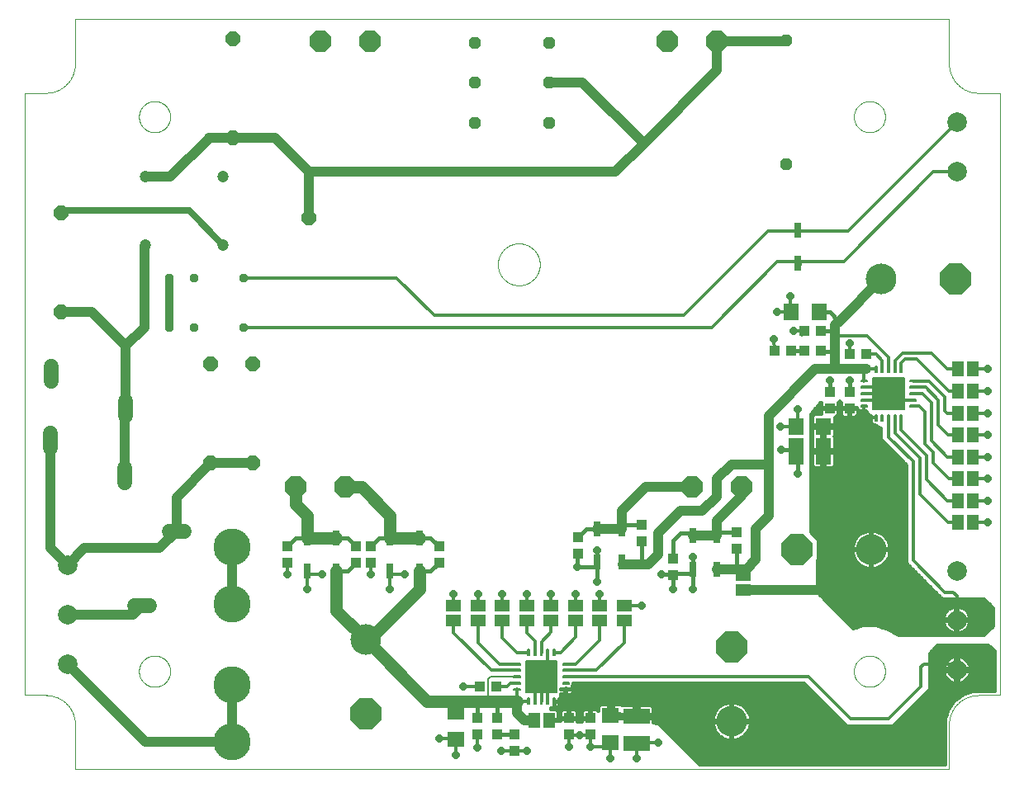
<source format=gtl>
G75*
%MOIN*%
%OFA0B0*%
%FSLAX25Y25*%
%IPPOS*%
%LPD*%
%AMOC8*
5,1,8,0,0,1.08239X$1,22.5*
%
%ADD10C,0.00000*%
%ADD11C,0.15000*%
%ADD12C,0.06000*%
%ADD13OC8,0.08600*%
%ADD14OC8,0.12400*%
%ADD15C,0.12400*%
%ADD16R,0.03937X0.04331*%
%ADD17R,0.04331X0.03937*%
%ADD18R,0.07087X0.06299*%
%ADD19C,0.07874*%
%ADD20OC8,0.06000*%
%ADD21C,0.04724*%
%ADD22C,0.00591*%
%ADD23C,0.00500*%
%ADD24R,0.06300X0.04600*%
%ADD25R,0.04600X0.06300*%
%ADD26R,0.06299X0.07087*%
%ADD27R,0.03150X0.06299*%
%ADD28OC8,0.04800*%
%ADD29R,0.10630X0.06299*%
%ADD30R,0.06299X0.10630*%
%ADD31C,0.03740*%
%ADD32C,0.03937*%
%ADD33C,0.02756*%
%ADD34OC8,0.05906*%
%ADD35C,0.04000*%
%ADD36C,0.01600*%
%ADD37C,0.05000*%
%ADD38C,0.01200*%
%ADD39OC8,0.03150*%
%ADD40C,0.01181*%
%ADD41R,0.03150X0.03150*%
%ADD42OC8,0.03200*%
%ADD43C,0.03200*%
D10*
X0022017Y0016053D02*
X0022017Y0034163D01*
X0022014Y0034448D01*
X0022003Y0034734D01*
X0021986Y0035019D01*
X0021962Y0035303D01*
X0021931Y0035587D01*
X0021893Y0035870D01*
X0021848Y0036151D01*
X0021797Y0036432D01*
X0021739Y0036712D01*
X0021674Y0036990D01*
X0021602Y0037266D01*
X0021524Y0037540D01*
X0021439Y0037813D01*
X0021347Y0038083D01*
X0021249Y0038351D01*
X0021145Y0038617D01*
X0021034Y0038880D01*
X0020917Y0039140D01*
X0020794Y0039398D01*
X0020664Y0039652D01*
X0020528Y0039903D01*
X0020387Y0040151D01*
X0020239Y0040395D01*
X0020086Y0040636D01*
X0019926Y0040872D01*
X0019761Y0041105D01*
X0019591Y0041334D01*
X0019415Y0041559D01*
X0019233Y0041779D01*
X0019047Y0041995D01*
X0018855Y0042206D01*
X0018658Y0042413D01*
X0018456Y0042615D01*
X0018249Y0042812D01*
X0018038Y0043004D01*
X0017822Y0043190D01*
X0017602Y0043372D01*
X0017377Y0043548D01*
X0017148Y0043718D01*
X0016915Y0043883D01*
X0016679Y0044043D01*
X0016438Y0044196D01*
X0016194Y0044344D01*
X0015946Y0044485D01*
X0015695Y0044621D01*
X0015441Y0044751D01*
X0015183Y0044874D01*
X0014923Y0044991D01*
X0014660Y0045102D01*
X0014394Y0045206D01*
X0014126Y0045304D01*
X0013856Y0045396D01*
X0013583Y0045481D01*
X0013309Y0045559D01*
X0013033Y0045631D01*
X0012755Y0045696D01*
X0012475Y0045754D01*
X0012194Y0045805D01*
X0011913Y0045850D01*
X0011630Y0045888D01*
X0011346Y0045919D01*
X0011062Y0045943D01*
X0010777Y0045960D01*
X0010491Y0045971D01*
X0010206Y0045974D01*
X0010206Y0045975D02*
X0001545Y0045975D01*
X0001545Y0289282D01*
X0010206Y0289282D01*
X0010491Y0289285D01*
X0010777Y0289296D01*
X0011062Y0289313D01*
X0011346Y0289337D01*
X0011630Y0289368D01*
X0011913Y0289406D01*
X0012194Y0289451D01*
X0012475Y0289502D01*
X0012755Y0289560D01*
X0013033Y0289625D01*
X0013309Y0289697D01*
X0013583Y0289775D01*
X0013856Y0289860D01*
X0014126Y0289952D01*
X0014394Y0290050D01*
X0014660Y0290154D01*
X0014923Y0290265D01*
X0015183Y0290382D01*
X0015441Y0290505D01*
X0015695Y0290635D01*
X0015946Y0290771D01*
X0016194Y0290912D01*
X0016438Y0291060D01*
X0016679Y0291213D01*
X0016915Y0291373D01*
X0017148Y0291538D01*
X0017377Y0291708D01*
X0017602Y0291884D01*
X0017822Y0292066D01*
X0018038Y0292252D01*
X0018249Y0292444D01*
X0018456Y0292641D01*
X0018658Y0292843D01*
X0018855Y0293050D01*
X0019047Y0293261D01*
X0019233Y0293477D01*
X0019415Y0293697D01*
X0019591Y0293922D01*
X0019761Y0294151D01*
X0019926Y0294384D01*
X0020086Y0294620D01*
X0020239Y0294861D01*
X0020387Y0295105D01*
X0020528Y0295353D01*
X0020664Y0295604D01*
X0020794Y0295858D01*
X0020917Y0296116D01*
X0021034Y0296376D01*
X0021145Y0296639D01*
X0021249Y0296905D01*
X0021347Y0297173D01*
X0021439Y0297443D01*
X0021524Y0297716D01*
X0021602Y0297990D01*
X0021674Y0298266D01*
X0021739Y0298544D01*
X0021797Y0298824D01*
X0021848Y0299105D01*
X0021893Y0299386D01*
X0021931Y0299669D01*
X0021962Y0299953D01*
X0021986Y0300237D01*
X0022003Y0300522D01*
X0022014Y0300808D01*
X0022017Y0301093D01*
X0022017Y0319203D01*
X0374773Y0319203D01*
X0374773Y0301093D01*
X0374776Y0300808D01*
X0374787Y0300522D01*
X0374804Y0300237D01*
X0374828Y0299953D01*
X0374859Y0299669D01*
X0374897Y0299386D01*
X0374942Y0299105D01*
X0374993Y0298824D01*
X0375051Y0298544D01*
X0375116Y0298266D01*
X0375188Y0297990D01*
X0375266Y0297716D01*
X0375351Y0297443D01*
X0375443Y0297173D01*
X0375541Y0296905D01*
X0375645Y0296639D01*
X0375756Y0296376D01*
X0375873Y0296116D01*
X0375996Y0295858D01*
X0376126Y0295604D01*
X0376262Y0295353D01*
X0376403Y0295105D01*
X0376551Y0294861D01*
X0376704Y0294620D01*
X0376864Y0294384D01*
X0377029Y0294151D01*
X0377199Y0293922D01*
X0377375Y0293697D01*
X0377557Y0293477D01*
X0377743Y0293261D01*
X0377935Y0293050D01*
X0378132Y0292843D01*
X0378334Y0292641D01*
X0378541Y0292444D01*
X0378752Y0292252D01*
X0378968Y0292066D01*
X0379188Y0291884D01*
X0379413Y0291708D01*
X0379642Y0291538D01*
X0379875Y0291373D01*
X0380111Y0291213D01*
X0380352Y0291060D01*
X0380596Y0290912D01*
X0380844Y0290771D01*
X0381095Y0290635D01*
X0381349Y0290505D01*
X0381607Y0290382D01*
X0381867Y0290265D01*
X0382130Y0290154D01*
X0382396Y0290050D01*
X0382664Y0289952D01*
X0382934Y0289860D01*
X0383207Y0289775D01*
X0383481Y0289697D01*
X0383757Y0289625D01*
X0384035Y0289560D01*
X0384315Y0289502D01*
X0384596Y0289451D01*
X0384877Y0289406D01*
X0385160Y0289368D01*
X0385444Y0289337D01*
X0385728Y0289313D01*
X0386013Y0289296D01*
X0386299Y0289285D01*
X0386584Y0289282D01*
X0395245Y0289282D01*
X0395245Y0045975D01*
X0386584Y0045975D01*
X0386584Y0045974D02*
X0386299Y0045971D01*
X0386013Y0045960D01*
X0385728Y0045943D01*
X0385444Y0045919D01*
X0385160Y0045888D01*
X0384877Y0045850D01*
X0384596Y0045805D01*
X0384315Y0045754D01*
X0384035Y0045696D01*
X0383757Y0045631D01*
X0383481Y0045559D01*
X0383207Y0045481D01*
X0382934Y0045396D01*
X0382664Y0045304D01*
X0382396Y0045206D01*
X0382130Y0045102D01*
X0381867Y0044991D01*
X0381607Y0044874D01*
X0381349Y0044751D01*
X0381095Y0044621D01*
X0380844Y0044485D01*
X0380596Y0044344D01*
X0380352Y0044196D01*
X0380111Y0044043D01*
X0379875Y0043883D01*
X0379642Y0043718D01*
X0379413Y0043548D01*
X0379188Y0043372D01*
X0378968Y0043190D01*
X0378752Y0043004D01*
X0378541Y0042812D01*
X0378334Y0042615D01*
X0378132Y0042413D01*
X0377935Y0042206D01*
X0377743Y0041995D01*
X0377557Y0041779D01*
X0377375Y0041559D01*
X0377199Y0041334D01*
X0377029Y0041105D01*
X0376864Y0040872D01*
X0376704Y0040636D01*
X0376551Y0040395D01*
X0376403Y0040151D01*
X0376262Y0039903D01*
X0376126Y0039652D01*
X0375996Y0039398D01*
X0375873Y0039140D01*
X0375756Y0038880D01*
X0375645Y0038617D01*
X0375541Y0038351D01*
X0375443Y0038083D01*
X0375351Y0037813D01*
X0375266Y0037540D01*
X0375188Y0037266D01*
X0375116Y0036990D01*
X0375051Y0036712D01*
X0374993Y0036432D01*
X0374942Y0036151D01*
X0374897Y0035870D01*
X0374859Y0035587D01*
X0374828Y0035303D01*
X0374804Y0035019D01*
X0374787Y0034734D01*
X0374776Y0034448D01*
X0374773Y0034163D01*
X0374773Y0016053D01*
X0022017Y0016053D01*
X0010600Y0045975D02*
X0010206Y0045975D01*
X0047805Y0055620D02*
X0047807Y0055778D01*
X0047813Y0055936D01*
X0047823Y0056094D01*
X0047837Y0056252D01*
X0047855Y0056409D01*
X0047876Y0056566D01*
X0047902Y0056722D01*
X0047932Y0056878D01*
X0047965Y0057033D01*
X0048003Y0057186D01*
X0048044Y0057339D01*
X0048089Y0057491D01*
X0048138Y0057642D01*
X0048191Y0057791D01*
X0048247Y0057939D01*
X0048307Y0058085D01*
X0048371Y0058230D01*
X0048439Y0058373D01*
X0048510Y0058515D01*
X0048584Y0058655D01*
X0048662Y0058792D01*
X0048744Y0058928D01*
X0048828Y0059062D01*
X0048917Y0059193D01*
X0049008Y0059322D01*
X0049103Y0059449D01*
X0049200Y0059574D01*
X0049301Y0059696D01*
X0049405Y0059815D01*
X0049512Y0059932D01*
X0049622Y0060046D01*
X0049735Y0060157D01*
X0049850Y0060266D01*
X0049968Y0060371D01*
X0050089Y0060473D01*
X0050212Y0060573D01*
X0050338Y0060669D01*
X0050466Y0060762D01*
X0050596Y0060852D01*
X0050729Y0060938D01*
X0050864Y0061022D01*
X0051000Y0061101D01*
X0051139Y0061178D01*
X0051280Y0061250D01*
X0051422Y0061320D01*
X0051566Y0061385D01*
X0051712Y0061447D01*
X0051859Y0061505D01*
X0052008Y0061560D01*
X0052158Y0061611D01*
X0052309Y0061658D01*
X0052461Y0061701D01*
X0052614Y0061740D01*
X0052769Y0061776D01*
X0052924Y0061807D01*
X0053080Y0061835D01*
X0053236Y0061859D01*
X0053393Y0061879D01*
X0053551Y0061895D01*
X0053708Y0061907D01*
X0053867Y0061915D01*
X0054025Y0061919D01*
X0054183Y0061919D01*
X0054341Y0061915D01*
X0054500Y0061907D01*
X0054657Y0061895D01*
X0054815Y0061879D01*
X0054972Y0061859D01*
X0055128Y0061835D01*
X0055284Y0061807D01*
X0055439Y0061776D01*
X0055594Y0061740D01*
X0055747Y0061701D01*
X0055899Y0061658D01*
X0056050Y0061611D01*
X0056200Y0061560D01*
X0056349Y0061505D01*
X0056496Y0061447D01*
X0056642Y0061385D01*
X0056786Y0061320D01*
X0056928Y0061250D01*
X0057069Y0061178D01*
X0057208Y0061101D01*
X0057344Y0061022D01*
X0057479Y0060938D01*
X0057612Y0060852D01*
X0057742Y0060762D01*
X0057870Y0060669D01*
X0057996Y0060573D01*
X0058119Y0060473D01*
X0058240Y0060371D01*
X0058358Y0060266D01*
X0058473Y0060157D01*
X0058586Y0060046D01*
X0058696Y0059932D01*
X0058803Y0059815D01*
X0058907Y0059696D01*
X0059008Y0059574D01*
X0059105Y0059449D01*
X0059200Y0059322D01*
X0059291Y0059193D01*
X0059380Y0059062D01*
X0059464Y0058928D01*
X0059546Y0058792D01*
X0059624Y0058655D01*
X0059698Y0058515D01*
X0059769Y0058373D01*
X0059837Y0058230D01*
X0059901Y0058085D01*
X0059961Y0057939D01*
X0060017Y0057791D01*
X0060070Y0057642D01*
X0060119Y0057491D01*
X0060164Y0057339D01*
X0060205Y0057186D01*
X0060243Y0057033D01*
X0060276Y0056878D01*
X0060306Y0056722D01*
X0060332Y0056566D01*
X0060353Y0056409D01*
X0060371Y0056252D01*
X0060385Y0056094D01*
X0060395Y0055936D01*
X0060401Y0055778D01*
X0060403Y0055620D01*
X0060401Y0055462D01*
X0060395Y0055304D01*
X0060385Y0055146D01*
X0060371Y0054988D01*
X0060353Y0054831D01*
X0060332Y0054674D01*
X0060306Y0054518D01*
X0060276Y0054362D01*
X0060243Y0054207D01*
X0060205Y0054054D01*
X0060164Y0053901D01*
X0060119Y0053749D01*
X0060070Y0053598D01*
X0060017Y0053449D01*
X0059961Y0053301D01*
X0059901Y0053155D01*
X0059837Y0053010D01*
X0059769Y0052867D01*
X0059698Y0052725D01*
X0059624Y0052585D01*
X0059546Y0052448D01*
X0059464Y0052312D01*
X0059380Y0052178D01*
X0059291Y0052047D01*
X0059200Y0051918D01*
X0059105Y0051791D01*
X0059008Y0051666D01*
X0058907Y0051544D01*
X0058803Y0051425D01*
X0058696Y0051308D01*
X0058586Y0051194D01*
X0058473Y0051083D01*
X0058358Y0050974D01*
X0058240Y0050869D01*
X0058119Y0050767D01*
X0057996Y0050667D01*
X0057870Y0050571D01*
X0057742Y0050478D01*
X0057612Y0050388D01*
X0057479Y0050302D01*
X0057344Y0050218D01*
X0057208Y0050139D01*
X0057069Y0050062D01*
X0056928Y0049990D01*
X0056786Y0049920D01*
X0056642Y0049855D01*
X0056496Y0049793D01*
X0056349Y0049735D01*
X0056200Y0049680D01*
X0056050Y0049629D01*
X0055899Y0049582D01*
X0055747Y0049539D01*
X0055594Y0049500D01*
X0055439Y0049464D01*
X0055284Y0049433D01*
X0055128Y0049405D01*
X0054972Y0049381D01*
X0054815Y0049361D01*
X0054657Y0049345D01*
X0054500Y0049333D01*
X0054341Y0049325D01*
X0054183Y0049321D01*
X0054025Y0049321D01*
X0053867Y0049325D01*
X0053708Y0049333D01*
X0053551Y0049345D01*
X0053393Y0049361D01*
X0053236Y0049381D01*
X0053080Y0049405D01*
X0052924Y0049433D01*
X0052769Y0049464D01*
X0052614Y0049500D01*
X0052461Y0049539D01*
X0052309Y0049582D01*
X0052158Y0049629D01*
X0052008Y0049680D01*
X0051859Y0049735D01*
X0051712Y0049793D01*
X0051566Y0049855D01*
X0051422Y0049920D01*
X0051280Y0049990D01*
X0051139Y0050062D01*
X0051000Y0050139D01*
X0050864Y0050218D01*
X0050729Y0050302D01*
X0050596Y0050388D01*
X0050466Y0050478D01*
X0050338Y0050571D01*
X0050212Y0050667D01*
X0050089Y0050767D01*
X0049968Y0050869D01*
X0049850Y0050974D01*
X0049735Y0051083D01*
X0049622Y0051194D01*
X0049512Y0051308D01*
X0049405Y0051425D01*
X0049301Y0051544D01*
X0049200Y0051666D01*
X0049103Y0051791D01*
X0049008Y0051918D01*
X0048917Y0052047D01*
X0048828Y0052178D01*
X0048744Y0052312D01*
X0048662Y0052448D01*
X0048584Y0052585D01*
X0048510Y0052725D01*
X0048439Y0052867D01*
X0048371Y0053010D01*
X0048307Y0053155D01*
X0048247Y0053301D01*
X0048191Y0053449D01*
X0048138Y0053598D01*
X0048089Y0053749D01*
X0048044Y0053901D01*
X0048003Y0054054D01*
X0047965Y0054207D01*
X0047932Y0054362D01*
X0047902Y0054518D01*
X0047876Y0054674D01*
X0047855Y0054831D01*
X0047837Y0054988D01*
X0047823Y0055146D01*
X0047813Y0055304D01*
X0047807Y0055462D01*
X0047805Y0055620D01*
X0192686Y0219990D02*
X0192689Y0220198D01*
X0192696Y0220405D01*
X0192709Y0220613D01*
X0192727Y0220820D01*
X0192750Y0221026D01*
X0192778Y0221232D01*
X0192811Y0221437D01*
X0192849Y0221641D01*
X0192892Y0221845D01*
X0192940Y0222047D01*
X0192993Y0222248D01*
X0193051Y0222447D01*
X0193113Y0222645D01*
X0193181Y0222842D01*
X0193253Y0223037D01*
X0193330Y0223229D01*
X0193412Y0223420D01*
X0193499Y0223609D01*
X0193590Y0223796D01*
X0193686Y0223980D01*
X0193786Y0224162D01*
X0193890Y0224342D01*
X0193999Y0224519D01*
X0194113Y0224693D01*
X0194230Y0224864D01*
X0194352Y0225033D01*
X0194478Y0225198D01*
X0194607Y0225360D01*
X0194741Y0225519D01*
X0194879Y0225675D01*
X0195020Y0225827D01*
X0195165Y0225976D01*
X0195314Y0226121D01*
X0195466Y0226262D01*
X0195622Y0226400D01*
X0195781Y0226534D01*
X0195943Y0226663D01*
X0196108Y0226789D01*
X0196277Y0226911D01*
X0196448Y0227028D01*
X0196622Y0227142D01*
X0196799Y0227251D01*
X0196979Y0227355D01*
X0197161Y0227455D01*
X0197345Y0227551D01*
X0197532Y0227642D01*
X0197721Y0227729D01*
X0197912Y0227811D01*
X0198104Y0227888D01*
X0198299Y0227960D01*
X0198496Y0228028D01*
X0198694Y0228090D01*
X0198893Y0228148D01*
X0199094Y0228201D01*
X0199296Y0228249D01*
X0199500Y0228292D01*
X0199704Y0228330D01*
X0199909Y0228363D01*
X0200115Y0228391D01*
X0200321Y0228414D01*
X0200528Y0228432D01*
X0200736Y0228445D01*
X0200943Y0228452D01*
X0201151Y0228455D01*
X0201359Y0228452D01*
X0201566Y0228445D01*
X0201774Y0228432D01*
X0201981Y0228414D01*
X0202187Y0228391D01*
X0202393Y0228363D01*
X0202598Y0228330D01*
X0202802Y0228292D01*
X0203006Y0228249D01*
X0203208Y0228201D01*
X0203409Y0228148D01*
X0203608Y0228090D01*
X0203806Y0228028D01*
X0204003Y0227960D01*
X0204198Y0227888D01*
X0204390Y0227811D01*
X0204581Y0227729D01*
X0204770Y0227642D01*
X0204957Y0227551D01*
X0205141Y0227455D01*
X0205323Y0227355D01*
X0205503Y0227251D01*
X0205680Y0227142D01*
X0205854Y0227028D01*
X0206025Y0226911D01*
X0206194Y0226789D01*
X0206359Y0226663D01*
X0206521Y0226534D01*
X0206680Y0226400D01*
X0206836Y0226262D01*
X0206988Y0226121D01*
X0207137Y0225976D01*
X0207282Y0225827D01*
X0207423Y0225675D01*
X0207561Y0225519D01*
X0207695Y0225360D01*
X0207824Y0225198D01*
X0207950Y0225033D01*
X0208072Y0224864D01*
X0208189Y0224693D01*
X0208303Y0224519D01*
X0208412Y0224342D01*
X0208516Y0224162D01*
X0208616Y0223980D01*
X0208712Y0223796D01*
X0208803Y0223609D01*
X0208890Y0223420D01*
X0208972Y0223229D01*
X0209049Y0223037D01*
X0209121Y0222842D01*
X0209189Y0222645D01*
X0209251Y0222447D01*
X0209309Y0222248D01*
X0209362Y0222047D01*
X0209410Y0221845D01*
X0209453Y0221641D01*
X0209491Y0221437D01*
X0209524Y0221232D01*
X0209552Y0221026D01*
X0209575Y0220820D01*
X0209593Y0220613D01*
X0209606Y0220405D01*
X0209613Y0220198D01*
X0209616Y0219990D01*
X0209613Y0219782D01*
X0209606Y0219575D01*
X0209593Y0219367D01*
X0209575Y0219160D01*
X0209552Y0218954D01*
X0209524Y0218748D01*
X0209491Y0218543D01*
X0209453Y0218339D01*
X0209410Y0218135D01*
X0209362Y0217933D01*
X0209309Y0217732D01*
X0209251Y0217533D01*
X0209189Y0217335D01*
X0209121Y0217138D01*
X0209049Y0216943D01*
X0208972Y0216751D01*
X0208890Y0216560D01*
X0208803Y0216371D01*
X0208712Y0216184D01*
X0208616Y0216000D01*
X0208516Y0215818D01*
X0208412Y0215638D01*
X0208303Y0215461D01*
X0208189Y0215287D01*
X0208072Y0215116D01*
X0207950Y0214947D01*
X0207824Y0214782D01*
X0207695Y0214620D01*
X0207561Y0214461D01*
X0207423Y0214305D01*
X0207282Y0214153D01*
X0207137Y0214004D01*
X0206988Y0213859D01*
X0206836Y0213718D01*
X0206680Y0213580D01*
X0206521Y0213446D01*
X0206359Y0213317D01*
X0206194Y0213191D01*
X0206025Y0213069D01*
X0205854Y0212952D01*
X0205680Y0212838D01*
X0205503Y0212729D01*
X0205323Y0212625D01*
X0205141Y0212525D01*
X0204957Y0212429D01*
X0204770Y0212338D01*
X0204581Y0212251D01*
X0204390Y0212169D01*
X0204198Y0212092D01*
X0204003Y0212020D01*
X0203806Y0211952D01*
X0203608Y0211890D01*
X0203409Y0211832D01*
X0203208Y0211779D01*
X0203006Y0211731D01*
X0202802Y0211688D01*
X0202598Y0211650D01*
X0202393Y0211617D01*
X0202187Y0211589D01*
X0201981Y0211566D01*
X0201774Y0211548D01*
X0201566Y0211535D01*
X0201359Y0211528D01*
X0201151Y0211525D01*
X0200943Y0211528D01*
X0200736Y0211535D01*
X0200528Y0211548D01*
X0200321Y0211566D01*
X0200115Y0211589D01*
X0199909Y0211617D01*
X0199704Y0211650D01*
X0199500Y0211688D01*
X0199296Y0211731D01*
X0199094Y0211779D01*
X0198893Y0211832D01*
X0198694Y0211890D01*
X0198496Y0211952D01*
X0198299Y0212020D01*
X0198104Y0212092D01*
X0197912Y0212169D01*
X0197721Y0212251D01*
X0197532Y0212338D01*
X0197345Y0212429D01*
X0197161Y0212525D01*
X0196979Y0212625D01*
X0196799Y0212729D01*
X0196622Y0212838D01*
X0196448Y0212952D01*
X0196277Y0213069D01*
X0196108Y0213191D01*
X0195943Y0213317D01*
X0195781Y0213446D01*
X0195622Y0213580D01*
X0195466Y0213718D01*
X0195314Y0213859D01*
X0195165Y0214004D01*
X0195020Y0214153D01*
X0194879Y0214305D01*
X0194741Y0214461D01*
X0194607Y0214620D01*
X0194478Y0214782D01*
X0194352Y0214947D01*
X0194230Y0215116D01*
X0194113Y0215287D01*
X0193999Y0215461D01*
X0193890Y0215638D01*
X0193786Y0215818D01*
X0193686Y0216000D01*
X0193590Y0216184D01*
X0193499Y0216371D01*
X0193412Y0216560D01*
X0193330Y0216751D01*
X0193253Y0216943D01*
X0193181Y0217138D01*
X0193113Y0217335D01*
X0193051Y0217533D01*
X0192993Y0217732D01*
X0192940Y0217933D01*
X0192892Y0218135D01*
X0192849Y0218339D01*
X0192811Y0218543D01*
X0192778Y0218748D01*
X0192750Y0218954D01*
X0192727Y0219160D01*
X0192709Y0219367D01*
X0192696Y0219575D01*
X0192689Y0219782D01*
X0192686Y0219990D01*
X0047805Y0279636D02*
X0047807Y0279794D01*
X0047813Y0279952D01*
X0047823Y0280110D01*
X0047837Y0280268D01*
X0047855Y0280425D01*
X0047876Y0280582D01*
X0047902Y0280738D01*
X0047932Y0280894D01*
X0047965Y0281049D01*
X0048003Y0281202D01*
X0048044Y0281355D01*
X0048089Y0281507D01*
X0048138Y0281658D01*
X0048191Y0281807D01*
X0048247Y0281955D01*
X0048307Y0282101D01*
X0048371Y0282246D01*
X0048439Y0282389D01*
X0048510Y0282531D01*
X0048584Y0282671D01*
X0048662Y0282808D01*
X0048744Y0282944D01*
X0048828Y0283078D01*
X0048917Y0283209D01*
X0049008Y0283338D01*
X0049103Y0283465D01*
X0049200Y0283590D01*
X0049301Y0283712D01*
X0049405Y0283831D01*
X0049512Y0283948D01*
X0049622Y0284062D01*
X0049735Y0284173D01*
X0049850Y0284282D01*
X0049968Y0284387D01*
X0050089Y0284489D01*
X0050212Y0284589D01*
X0050338Y0284685D01*
X0050466Y0284778D01*
X0050596Y0284868D01*
X0050729Y0284954D01*
X0050864Y0285038D01*
X0051000Y0285117D01*
X0051139Y0285194D01*
X0051280Y0285266D01*
X0051422Y0285336D01*
X0051566Y0285401D01*
X0051712Y0285463D01*
X0051859Y0285521D01*
X0052008Y0285576D01*
X0052158Y0285627D01*
X0052309Y0285674D01*
X0052461Y0285717D01*
X0052614Y0285756D01*
X0052769Y0285792D01*
X0052924Y0285823D01*
X0053080Y0285851D01*
X0053236Y0285875D01*
X0053393Y0285895D01*
X0053551Y0285911D01*
X0053708Y0285923D01*
X0053867Y0285931D01*
X0054025Y0285935D01*
X0054183Y0285935D01*
X0054341Y0285931D01*
X0054500Y0285923D01*
X0054657Y0285911D01*
X0054815Y0285895D01*
X0054972Y0285875D01*
X0055128Y0285851D01*
X0055284Y0285823D01*
X0055439Y0285792D01*
X0055594Y0285756D01*
X0055747Y0285717D01*
X0055899Y0285674D01*
X0056050Y0285627D01*
X0056200Y0285576D01*
X0056349Y0285521D01*
X0056496Y0285463D01*
X0056642Y0285401D01*
X0056786Y0285336D01*
X0056928Y0285266D01*
X0057069Y0285194D01*
X0057208Y0285117D01*
X0057344Y0285038D01*
X0057479Y0284954D01*
X0057612Y0284868D01*
X0057742Y0284778D01*
X0057870Y0284685D01*
X0057996Y0284589D01*
X0058119Y0284489D01*
X0058240Y0284387D01*
X0058358Y0284282D01*
X0058473Y0284173D01*
X0058586Y0284062D01*
X0058696Y0283948D01*
X0058803Y0283831D01*
X0058907Y0283712D01*
X0059008Y0283590D01*
X0059105Y0283465D01*
X0059200Y0283338D01*
X0059291Y0283209D01*
X0059380Y0283078D01*
X0059464Y0282944D01*
X0059546Y0282808D01*
X0059624Y0282671D01*
X0059698Y0282531D01*
X0059769Y0282389D01*
X0059837Y0282246D01*
X0059901Y0282101D01*
X0059961Y0281955D01*
X0060017Y0281807D01*
X0060070Y0281658D01*
X0060119Y0281507D01*
X0060164Y0281355D01*
X0060205Y0281202D01*
X0060243Y0281049D01*
X0060276Y0280894D01*
X0060306Y0280738D01*
X0060332Y0280582D01*
X0060353Y0280425D01*
X0060371Y0280268D01*
X0060385Y0280110D01*
X0060395Y0279952D01*
X0060401Y0279794D01*
X0060403Y0279636D01*
X0060401Y0279478D01*
X0060395Y0279320D01*
X0060385Y0279162D01*
X0060371Y0279004D01*
X0060353Y0278847D01*
X0060332Y0278690D01*
X0060306Y0278534D01*
X0060276Y0278378D01*
X0060243Y0278223D01*
X0060205Y0278070D01*
X0060164Y0277917D01*
X0060119Y0277765D01*
X0060070Y0277614D01*
X0060017Y0277465D01*
X0059961Y0277317D01*
X0059901Y0277171D01*
X0059837Y0277026D01*
X0059769Y0276883D01*
X0059698Y0276741D01*
X0059624Y0276601D01*
X0059546Y0276464D01*
X0059464Y0276328D01*
X0059380Y0276194D01*
X0059291Y0276063D01*
X0059200Y0275934D01*
X0059105Y0275807D01*
X0059008Y0275682D01*
X0058907Y0275560D01*
X0058803Y0275441D01*
X0058696Y0275324D01*
X0058586Y0275210D01*
X0058473Y0275099D01*
X0058358Y0274990D01*
X0058240Y0274885D01*
X0058119Y0274783D01*
X0057996Y0274683D01*
X0057870Y0274587D01*
X0057742Y0274494D01*
X0057612Y0274404D01*
X0057479Y0274318D01*
X0057344Y0274234D01*
X0057208Y0274155D01*
X0057069Y0274078D01*
X0056928Y0274006D01*
X0056786Y0273936D01*
X0056642Y0273871D01*
X0056496Y0273809D01*
X0056349Y0273751D01*
X0056200Y0273696D01*
X0056050Y0273645D01*
X0055899Y0273598D01*
X0055747Y0273555D01*
X0055594Y0273516D01*
X0055439Y0273480D01*
X0055284Y0273449D01*
X0055128Y0273421D01*
X0054972Y0273397D01*
X0054815Y0273377D01*
X0054657Y0273361D01*
X0054500Y0273349D01*
X0054341Y0273341D01*
X0054183Y0273337D01*
X0054025Y0273337D01*
X0053867Y0273341D01*
X0053708Y0273349D01*
X0053551Y0273361D01*
X0053393Y0273377D01*
X0053236Y0273397D01*
X0053080Y0273421D01*
X0052924Y0273449D01*
X0052769Y0273480D01*
X0052614Y0273516D01*
X0052461Y0273555D01*
X0052309Y0273598D01*
X0052158Y0273645D01*
X0052008Y0273696D01*
X0051859Y0273751D01*
X0051712Y0273809D01*
X0051566Y0273871D01*
X0051422Y0273936D01*
X0051280Y0274006D01*
X0051139Y0274078D01*
X0051000Y0274155D01*
X0050864Y0274234D01*
X0050729Y0274318D01*
X0050596Y0274404D01*
X0050466Y0274494D01*
X0050338Y0274587D01*
X0050212Y0274683D01*
X0050089Y0274783D01*
X0049968Y0274885D01*
X0049850Y0274990D01*
X0049735Y0275099D01*
X0049622Y0275210D01*
X0049512Y0275324D01*
X0049405Y0275441D01*
X0049301Y0275560D01*
X0049200Y0275682D01*
X0049103Y0275807D01*
X0049008Y0275934D01*
X0048917Y0276063D01*
X0048828Y0276194D01*
X0048744Y0276328D01*
X0048662Y0276464D01*
X0048584Y0276601D01*
X0048510Y0276741D01*
X0048439Y0276883D01*
X0048371Y0277026D01*
X0048307Y0277171D01*
X0048247Y0277317D01*
X0048191Y0277465D01*
X0048138Y0277614D01*
X0048089Y0277765D01*
X0048044Y0277917D01*
X0048003Y0278070D01*
X0047965Y0278223D01*
X0047932Y0278378D01*
X0047902Y0278534D01*
X0047876Y0278690D01*
X0047855Y0278847D01*
X0047837Y0279004D01*
X0047823Y0279162D01*
X0047813Y0279320D01*
X0047807Y0279478D01*
X0047805Y0279636D01*
X0336387Y0279636D02*
X0336389Y0279794D01*
X0336395Y0279952D01*
X0336405Y0280110D01*
X0336419Y0280268D01*
X0336437Y0280425D01*
X0336458Y0280582D01*
X0336484Y0280738D01*
X0336514Y0280894D01*
X0336547Y0281049D01*
X0336585Y0281202D01*
X0336626Y0281355D01*
X0336671Y0281507D01*
X0336720Y0281658D01*
X0336773Y0281807D01*
X0336829Y0281955D01*
X0336889Y0282101D01*
X0336953Y0282246D01*
X0337021Y0282389D01*
X0337092Y0282531D01*
X0337166Y0282671D01*
X0337244Y0282808D01*
X0337326Y0282944D01*
X0337410Y0283078D01*
X0337499Y0283209D01*
X0337590Y0283338D01*
X0337685Y0283465D01*
X0337782Y0283590D01*
X0337883Y0283712D01*
X0337987Y0283831D01*
X0338094Y0283948D01*
X0338204Y0284062D01*
X0338317Y0284173D01*
X0338432Y0284282D01*
X0338550Y0284387D01*
X0338671Y0284489D01*
X0338794Y0284589D01*
X0338920Y0284685D01*
X0339048Y0284778D01*
X0339178Y0284868D01*
X0339311Y0284954D01*
X0339446Y0285038D01*
X0339582Y0285117D01*
X0339721Y0285194D01*
X0339862Y0285266D01*
X0340004Y0285336D01*
X0340148Y0285401D01*
X0340294Y0285463D01*
X0340441Y0285521D01*
X0340590Y0285576D01*
X0340740Y0285627D01*
X0340891Y0285674D01*
X0341043Y0285717D01*
X0341196Y0285756D01*
X0341351Y0285792D01*
X0341506Y0285823D01*
X0341662Y0285851D01*
X0341818Y0285875D01*
X0341975Y0285895D01*
X0342133Y0285911D01*
X0342290Y0285923D01*
X0342449Y0285931D01*
X0342607Y0285935D01*
X0342765Y0285935D01*
X0342923Y0285931D01*
X0343082Y0285923D01*
X0343239Y0285911D01*
X0343397Y0285895D01*
X0343554Y0285875D01*
X0343710Y0285851D01*
X0343866Y0285823D01*
X0344021Y0285792D01*
X0344176Y0285756D01*
X0344329Y0285717D01*
X0344481Y0285674D01*
X0344632Y0285627D01*
X0344782Y0285576D01*
X0344931Y0285521D01*
X0345078Y0285463D01*
X0345224Y0285401D01*
X0345368Y0285336D01*
X0345510Y0285266D01*
X0345651Y0285194D01*
X0345790Y0285117D01*
X0345926Y0285038D01*
X0346061Y0284954D01*
X0346194Y0284868D01*
X0346324Y0284778D01*
X0346452Y0284685D01*
X0346578Y0284589D01*
X0346701Y0284489D01*
X0346822Y0284387D01*
X0346940Y0284282D01*
X0347055Y0284173D01*
X0347168Y0284062D01*
X0347278Y0283948D01*
X0347385Y0283831D01*
X0347489Y0283712D01*
X0347590Y0283590D01*
X0347687Y0283465D01*
X0347782Y0283338D01*
X0347873Y0283209D01*
X0347962Y0283078D01*
X0348046Y0282944D01*
X0348128Y0282808D01*
X0348206Y0282671D01*
X0348280Y0282531D01*
X0348351Y0282389D01*
X0348419Y0282246D01*
X0348483Y0282101D01*
X0348543Y0281955D01*
X0348599Y0281807D01*
X0348652Y0281658D01*
X0348701Y0281507D01*
X0348746Y0281355D01*
X0348787Y0281202D01*
X0348825Y0281049D01*
X0348858Y0280894D01*
X0348888Y0280738D01*
X0348914Y0280582D01*
X0348935Y0280425D01*
X0348953Y0280268D01*
X0348967Y0280110D01*
X0348977Y0279952D01*
X0348983Y0279794D01*
X0348985Y0279636D01*
X0348983Y0279478D01*
X0348977Y0279320D01*
X0348967Y0279162D01*
X0348953Y0279004D01*
X0348935Y0278847D01*
X0348914Y0278690D01*
X0348888Y0278534D01*
X0348858Y0278378D01*
X0348825Y0278223D01*
X0348787Y0278070D01*
X0348746Y0277917D01*
X0348701Y0277765D01*
X0348652Y0277614D01*
X0348599Y0277465D01*
X0348543Y0277317D01*
X0348483Y0277171D01*
X0348419Y0277026D01*
X0348351Y0276883D01*
X0348280Y0276741D01*
X0348206Y0276601D01*
X0348128Y0276464D01*
X0348046Y0276328D01*
X0347962Y0276194D01*
X0347873Y0276063D01*
X0347782Y0275934D01*
X0347687Y0275807D01*
X0347590Y0275682D01*
X0347489Y0275560D01*
X0347385Y0275441D01*
X0347278Y0275324D01*
X0347168Y0275210D01*
X0347055Y0275099D01*
X0346940Y0274990D01*
X0346822Y0274885D01*
X0346701Y0274783D01*
X0346578Y0274683D01*
X0346452Y0274587D01*
X0346324Y0274494D01*
X0346194Y0274404D01*
X0346061Y0274318D01*
X0345926Y0274234D01*
X0345790Y0274155D01*
X0345651Y0274078D01*
X0345510Y0274006D01*
X0345368Y0273936D01*
X0345224Y0273871D01*
X0345078Y0273809D01*
X0344931Y0273751D01*
X0344782Y0273696D01*
X0344632Y0273645D01*
X0344481Y0273598D01*
X0344329Y0273555D01*
X0344176Y0273516D01*
X0344021Y0273480D01*
X0343866Y0273449D01*
X0343710Y0273421D01*
X0343554Y0273397D01*
X0343397Y0273377D01*
X0343239Y0273361D01*
X0343082Y0273349D01*
X0342923Y0273341D01*
X0342765Y0273337D01*
X0342607Y0273337D01*
X0342449Y0273341D01*
X0342290Y0273349D01*
X0342133Y0273361D01*
X0341975Y0273377D01*
X0341818Y0273397D01*
X0341662Y0273421D01*
X0341506Y0273449D01*
X0341351Y0273480D01*
X0341196Y0273516D01*
X0341043Y0273555D01*
X0340891Y0273598D01*
X0340740Y0273645D01*
X0340590Y0273696D01*
X0340441Y0273751D01*
X0340294Y0273809D01*
X0340148Y0273871D01*
X0340004Y0273936D01*
X0339862Y0274006D01*
X0339721Y0274078D01*
X0339582Y0274155D01*
X0339446Y0274234D01*
X0339311Y0274318D01*
X0339178Y0274404D01*
X0339048Y0274494D01*
X0338920Y0274587D01*
X0338794Y0274683D01*
X0338671Y0274783D01*
X0338550Y0274885D01*
X0338432Y0274990D01*
X0338317Y0275099D01*
X0338204Y0275210D01*
X0338094Y0275324D01*
X0337987Y0275441D01*
X0337883Y0275560D01*
X0337782Y0275682D01*
X0337685Y0275807D01*
X0337590Y0275934D01*
X0337499Y0276063D01*
X0337410Y0276194D01*
X0337326Y0276328D01*
X0337244Y0276464D01*
X0337166Y0276601D01*
X0337092Y0276741D01*
X0337021Y0276883D01*
X0336953Y0277026D01*
X0336889Y0277171D01*
X0336829Y0277317D01*
X0336773Y0277465D01*
X0336720Y0277614D01*
X0336671Y0277765D01*
X0336626Y0277917D01*
X0336585Y0278070D01*
X0336547Y0278223D01*
X0336514Y0278378D01*
X0336484Y0278534D01*
X0336458Y0278690D01*
X0336437Y0278847D01*
X0336419Y0279004D01*
X0336405Y0279162D01*
X0336395Y0279320D01*
X0336389Y0279478D01*
X0336387Y0279636D01*
X0336387Y0055620D02*
X0336389Y0055778D01*
X0336395Y0055936D01*
X0336405Y0056094D01*
X0336419Y0056252D01*
X0336437Y0056409D01*
X0336458Y0056566D01*
X0336484Y0056722D01*
X0336514Y0056878D01*
X0336547Y0057033D01*
X0336585Y0057186D01*
X0336626Y0057339D01*
X0336671Y0057491D01*
X0336720Y0057642D01*
X0336773Y0057791D01*
X0336829Y0057939D01*
X0336889Y0058085D01*
X0336953Y0058230D01*
X0337021Y0058373D01*
X0337092Y0058515D01*
X0337166Y0058655D01*
X0337244Y0058792D01*
X0337326Y0058928D01*
X0337410Y0059062D01*
X0337499Y0059193D01*
X0337590Y0059322D01*
X0337685Y0059449D01*
X0337782Y0059574D01*
X0337883Y0059696D01*
X0337987Y0059815D01*
X0338094Y0059932D01*
X0338204Y0060046D01*
X0338317Y0060157D01*
X0338432Y0060266D01*
X0338550Y0060371D01*
X0338671Y0060473D01*
X0338794Y0060573D01*
X0338920Y0060669D01*
X0339048Y0060762D01*
X0339178Y0060852D01*
X0339311Y0060938D01*
X0339446Y0061022D01*
X0339582Y0061101D01*
X0339721Y0061178D01*
X0339862Y0061250D01*
X0340004Y0061320D01*
X0340148Y0061385D01*
X0340294Y0061447D01*
X0340441Y0061505D01*
X0340590Y0061560D01*
X0340740Y0061611D01*
X0340891Y0061658D01*
X0341043Y0061701D01*
X0341196Y0061740D01*
X0341351Y0061776D01*
X0341506Y0061807D01*
X0341662Y0061835D01*
X0341818Y0061859D01*
X0341975Y0061879D01*
X0342133Y0061895D01*
X0342290Y0061907D01*
X0342449Y0061915D01*
X0342607Y0061919D01*
X0342765Y0061919D01*
X0342923Y0061915D01*
X0343082Y0061907D01*
X0343239Y0061895D01*
X0343397Y0061879D01*
X0343554Y0061859D01*
X0343710Y0061835D01*
X0343866Y0061807D01*
X0344021Y0061776D01*
X0344176Y0061740D01*
X0344329Y0061701D01*
X0344481Y0061658D01*
X0344632Y0061611D01*
X0344782Y0061560D01*
X0344931Y0061505D01*
X0345078Y0061447D01*
X0345224Y0061385D01*
X0345368Y0061320D01*
X0345510Y0061250D01*
X0345651Y0061178D01*
X0345790Y0061101D01*
X0345926Y0061022D01*
X0346061Y0060938D01*
X0346194Y0060852D01*
X0346324Y0060762D01*
X0346452Y0060669D01*
X0346578Y0060573D01*
X0346701Y0060473D01*
X0346822Y0060371D01*
X0346940Y0060266D01*
X0347055Y0060157D01*
X0347168Y0060046D01*
X0347278Y0059932D01*
X0347385Y0059815D01*
X0347489Y0059696D01*
X0347590Y0059574D01*
X0347687Y0059449D01*
X0347782Y0059322D01*
X0347873Y0059193D01*
X0347962Y0059062D01*
X0348046Y0058928D01*
X0348128Y0058792D01*
X0348206Y0058655D01*
X0348280Y0058515D01*
X0348351Y0058373D01*
X0348419Y0058230D01*
X0348483Y0058085D01*
X0348543Y0057939D01*
X0348599Y0057791D01*
X0348652Y0057642D01*
X0348701Y0057491D01*
X0348746Y0057339D01*
X0348787Y0057186D01*
X0348825Y0057033D01*
X0348858Y0056878D01*
X0348888Y0056722D01*
X0348914Y0056566D01*
X0348935Y0056409D01*
X0348953Y0056252D01*
X0348967Y0056094D01*
X0348977Y0055936D01*
X0348983Y0055778D01*
X0348985Y0055620D01*
X0348983Y0055462D01*
X0348977Y0055304D01*
X0348967Y0055146D01*
X0348953Y0054988D01*
X0348935Y0054831D01*
X0348914Y0054674D01*
X0348888Y0054518D01*
X0348858Y0054362D01*
X0348825Y0054207D01*
X0348787Y0054054D01*
X0348746Y0053901D01*
X0348701Y0053749D01*
X0348652Y0053598D01*
X0348599Y0053449D01*
X0348543Y0053301D01*
X0348483Y0053155D01*
X0348419Y0053010D01*
X0348351Y0052867D01*
X0348280Y0052725D01*
X0348206Y0052585D01*
X0348128Y0052448D01*
X0348046Y0052312D01*
X0347962Y0052178D01*
X0347873Y0052047D01*
X0347782Y0051918D01*
X0347687Y0051791D01*
X0347590Y0051666D01*
X0347489Y0051544D01*
X0347385Y0051425D01*
X0347278Y0051308D01*
X0347168Y0051194D01*
X0347055Y0051083D01*
X0346940Y0050974D01*
X0346822Y0050869D01*
X0346701Y0050767D01*
X0346578Y0050667D01*
X0346452Y0050571D01*
X0346324Y0050478D01*
X0346194Y0050388D01*
X0346061Y0050302D01*
X0345926Y0050218D01*
X0345790Y0050139D01*
X0345651Y0050062D01*
X0345510Y0049990D01*
X0345368Y0049920D01*
X0345224Y0049855D01*
X0345078Y0049793D01*
X0344931Y0049735D01*
X0344782Y0049680D01*
X0344632Y0049629D01*
X0344481Y0049582D01*
X0344329Y0049539D01*
X0344176Y0049500D01*
X0344021Y0049464D01*
X0343866Y0049433D01*
X0343710Y0049405D01*
X0343554Y0049381D01*
X0343397Y0049361D01*
X0343239Y0049345D01*
X0343082Y0049333D01*
X0342923Y0049325D01*
X0342765Y0049321D01*
X0342607Y0049321D01*
X0342449Y0049325D01*
X0342290Y0049333D01*
X0342133Y0049345D01*
X0341975Y0049361D01*
X0341818Y0049381D01*
X0341662Y0049405D01*
X0341506Y0049433D01*
X0341351Y0049464D01*
X0341196Y0049500D01*
X0341043Y0049539D01*
X0340891Y0049582D01*
X0340740Y0049629D01*
X0340590Y0049680D01*
X0340441Y0049735D01*
X0340294Y0049793D01*
X0340148Y0049855D01*
X0340004Y0049920D01*
X0339862Y0049990D01*
X0339721Y0050062D01*
X0339582Y0050139D01*
X0339446Y0050218D01*
X0339311Y0050302D01*
X0339178Y0050388D01*
X0339048Y0050478D01*
X0338920Y0050571D01*
X0338794Y0050667D01*
X0338671Y0050767D01*
X0338550Y0050869D01*
X0338432Y0050974D01*
X0338317Y0051083D01*
X0338204Y0051194D01*
X0338094Y0051308D01*
X0337987Y0051425D01*
X0337883Y0051544D01*
X0337782Y0051666D01*
X0337685Y0051791D01*
X0337590Y0051918D01*
X0337499Y0052047D01*
X0337410Y0052178D01*
X0337326Y0052312D01*
X0337244Y0052448D01*
X0337166Y0052585D01*
X0337092Y0052725D01*
X0337021Y0052867D01*
X0336953Y0053010D01*
X0336889Y0053155D01*
X0336829Y0053301D01*
X0336773Y0053449D01*
X0336720Y0053598D01*
X0336671Y0053749D01*
X0336626Y0053901D01*
X0336585Y0054054D01*
X0336547Y0054207D01*
X0336514Y0054362D01*
X0336484Y0054518D01*
X0336458Y0054674D01*
X0336437Y0054831D01*
X0336419Y0054988D01*
X0336405Y0055146D01*
X0336395Y0055304D01*
X0336389Y0055462D01*
X0336387Y0055620D01*
D11*
X0085403Y0050077D03*
X0085403Y0027077D03*
X0085403Y0082817D03*
X0085403Y0105817D03*
D12*
X0065875Y0112156D02*
X0059875Y0112156D01*
X0042135Y0131644D02*
X0042135Y0137644D01*
X0042489Y0158809D02*
X0042489Y0164809D01*
X0012489Y0172809D02*
X0012489Y0178809D01*
X0012135Y0151644D02*
X0012135Y0145644D01*
X0045875Y0082156D02*
X0051875Y0082156D01*
D13*
X0111151Y0129990D03*
X0131151Y0129990D03*
X0271151Y0129990D03*
X0291151Y0129990D03*
X0281151Y0309990D03*
X0261151Y0309990D03*
X0141151Y0309990D03*
X0121151Y0309990D03*
D14*
X0313395Y0104730D03*
X0286978Y0065502D03*
X0139340Y0038455D03*
X0377332Y0214045D03*
D15*
X0347332Y0214045D03*
X0343395Y0104730D03*
X0286978Y0035502D03*
X0139340Y0068455D03*
D16*
X0141308Y0099321D03*
X0135403Y0099321D03*
X0135403Y0106014D03*
X0141308Y0106014D03*
X0168867Y0106014D03*
X0168867Y0099321D03*
X0224970Y0103258D03*
X0224970Y0109951D03*
X0250560Y0108179D03*
X0250560Y0114872D03*
X0263356Y0101093D03*
X0263356Y0094400D03*
X0288946Y0105226D03*
X0288946Y0111919D03*
X0326608Y0161809D03*
X0326608Y0168502D03*
X0334608Y0168502D03*
X0334608Y0161809D03*
X0323198Y0185148D03*
X0316505Y0185148D03*
X0229891Y0036723D03*
X0229891Y0030030D03*
X0221230Y0030030D03*
X0221230Y0036723D03*
X0199379Y0030030D03*
X0199379Y0023337D03*
X0184222Y0030030D03*
X0184222Y0036723D03*
X0107844Y0099321D03*
X0107844Y0106014D03*
D17*
X0185206Y0049518D03*
X0191899Y0049518D03*
X0192489Y0036723D03*
X0192489Y0030030D03*
X0334812Y0183770D03*
X0341505Y0183770D03*
X0323198Y0193022D03*
X0316505Y0193022D03*
X0310993Y0185148D03*
X0304301Y0185148D03*
D18*
X0175560Y0039282D03*
X0175560Y0028258D03*
X0238159Y0026683D03*
X0238159Y0037707D03*
D19*
X0377923Y0056289D03*
X0377923Y0076289D03*
X0377923Y0096289D03*
X0377923Y0257392D03*
X0377923Y0277392D03*
X0018867Y0098628D03*
X0018867Y0078628D03*
X0018867Y0058628D03*
D20*
X0076741Y0139754D03*
X0093671Y0139754D03*
X0093671Y0179754D03*
X0076741Y0179754D03*
X0016505Y0200778D03*
X0016505Y0240778D03*
X0085797Y0271250D03*
X0085797Y0311250D03*
D21*
X0081860Y0255423D03*
X0050364Y0255423D03*
X0050364Y0227864D03*
X0081860Y0227864D03*
D22*
X0204793Y0064478D02*
X0205383Y0064478D01*
X0205383Y0062116D01*
X0204793Y0062116D01*
X0204793Y0064478D01*
X0204793Y0062706D02*
X0205383Y0062706D01*
X0205383Y0063296D02*
X0204793Y0063296D01*
X0204793Y0063886D02*
X0205383Y0063886D01*
X0205383Y0064476D02*
X0204793Y0064476D01*
X0207352Y0064478D02*
X0207942Y0064478D01*
X0207942Y0062116D01*
X0207352Y0062116D01*
X0207352Y0064478D01*
X0207352Y0062706D02*
X0207942Y0062706D01*
X0207942Y0063296D02*
X0207352Y0063296D01*
X0207352Y0063886D02*
X0207942Y0063886D01*
X0207942Y0064476D02*
X0207352Y0064476D01*
X0209911Y0064478D02*
X0210501Y0064478D01*
X0210501Y0062116D01*
X0209911Y0062116D01*
X0209911Y0064478D01*
X0209911Y0062706D02*
X0210501Y0062706D01*
X0210501Y0063296D02*
X0209911Y0063296D01*
X0209911Y0063886D02*
X0210501Y0063886D01*
X0210501Y0064476D02*
X0209911Y0064476D01*
X0212470Y0064478D02*
X0213060Y0064478D01*
X0213060Y0062116D01*
X0212470Y0062116D01*
X0212470Y0064478D01*
X0212470Y0062706D02*
X0213060Y0062706D01*
X0213060Y0063296D02*
X0212470Y0063296D01*
X0212470Y0063886D02*
X0213060Y0063886D01*
X0213060Y0064476D02*
X0212470Y0064476D01*
X0215029Y0064478D02*
X0215619Y0064478D01*
X0215619Y0062116D01*
X0215029Y0062116D01*
X0215029Y0064478D01*
X0215029Y0062706D02*
X0215619Y0062706D01*
X0215619Y0063296D02*
X0215029Y0063296D01*
X0215029Y0063886D02*
X0215619Y0063886D01*
X0215619Y0064476D02*
X0215029Y0064476D01*
X0218868Y0058868D02*
X0221230Y0058868D01*
X0221230Y0058278D01*
X0218868Y0058278D01*
X0218868Y0058868D01*
X0221230Y0058868D01*
X0221230Y0056309D02*
X0218868Y0056309D01*
X0221230Y0056309D02*
X0221230Y0055719D01*
X0218868Y0055719D01*
X0218868Y0056309D01*
X0221230Y0056309D01*
X0221230Y0053750D02*
X0218868Y0053750D01*
X0221230Y0053750D02*
X0221230Y0053160D01*
X0218868Y0053160D01*
X0218868Y0053750D01*
X0221230Y0053750D01*
X0221230Y0051191D02*
X0218868Y0051191D01*
X0221230Y0051191D02*
X0221230Y0050601D01*
X0218868Y0050601D01*
X0218868Y0051191D01*
X0221230Y0051191D01*
X0221230Y0048632D02*
X0218868Y0048632D01*
X0221230Y0048632D02*
X0221230Y0048042D01*
X0218868Y0048042D01*
X0218868Y0048632D01*
X0221230Y0048632D01*
X0216230Y0048632D02*
X0213868Y0048632D01*
X0216230Y0048632D02*
X0216230Y0048042D01*
X0213868Y0048042D01*
X0213868Y0048632D01*
X0216230Y0048632D01*
X0215619Y0044793D02*
X0215029Y0044793D01*
X0215619Y0044793D02*
X0215619Y0042431D01*
X0215029Y0042431D01*
X0215029Y0044793D01*
X0215029Y0043021D02*
X0215619Y0043021D01*
X0215619Y0043611D02*
X0215029Y0043611D01*
X0215029Y0044201D02*
X0215619Y0044201D01*
X0215619Y0044791D02*
X0215029Y0044791D01*
X0213060Y0044793D02*
X0212470Y0044793D01*
X0213060Y0044793D02*
X0213060Y0042431D01*
X0212470Y0042431D01*
X0212470Y0044793D01*
X0212470Y0043021D02*
X0213060Y0043021D01*
X0213060Y0043611D02*
X0212470Y0043611D01*
X0212470Y0044201D02*
X0213060Y0044201D01*
X0213060Y0044791D02*
X0212470Y0044791D01*
X0210501Y0044793D02*
X0209911Y0044793D01*
X0210501Y0044793D02*
X0210501Y0042431D01*
X0209911Y0042431D01*
X0209911Y0044793D01*
X0209911Y0043021D02*
X0210501Y0043021D01*
X0210501Y0043611D02*
X0209911Y0043611D01*
X0209911Y0044201D02*
X0210501Y0044201D01*
X0210501Y0044791D02*
X0209911Y0044791D01*
X0207942Y0044793D02*
X0207352Y0044793D01*
X0207942Y0044793D02*
X0207942Y0042431D01*
X0207352Y0042431D01*
X0207352Y0044793D01*
X0207352Y0043021D02*
X0207942Y0043021D01*
X0207942Y0043611D02*
X0207352Y0043611D01*
X0207352Y0044201D02*
X0207942Y0044201D01*
X0207942Y0044791D02*
X0207352Y0044791D01*
X0205383Y0044793D02*
X0204793Y0044793D01*
X0205383Y0044793D02*
X0205383Y0042431D01*
X0204793Y0042431D01*
X0204793Y0044793D01*
X0204793Y0043021D02*
X0205383Y0043021D01*
X0205383Y0043611D02*
X0204793Y0043611D01*
X0204793Y0044201D02*
X0205383Y0044201D01*
X0205383Y0044791D02*
X0204793Y0044791D01*
X0201545Y0048632D02*
X0199183Y0048632D01*
X0201545Y0048632D02*
X0201545Y0048042D01*
X0199183Y0048042D01*
X0199183Y0048632D01*
X0201545Y0048632D01*
X0201545Y0051191D02*
X0199183Y0051191D01*
X0201545Y0051191D02*
X0201545Y0050601D01*
X0199183Y0050601D01*
X0199183Y0051191D01*
X0201545Y0051191D01*
X0201545Y0053750D02*
X0199183Y0053750D01*
X0201545Y0053750D02*
X0201545Y0053160D01*
X0199183Y0053160D01*
X0199183Y0053750D01*
X0201545Y0053750D01*
X0200364Y0053455D02*
X0189537Y0053455D01*
X0188552Y0052471D01*
X0188552Y0043612D01*
X0199183Y0056309D02*
X0201545Y0056309D01*
X0201545Y0055719D01*
X0199183Y0055719D01*
X0199183Y0056309D01*
X0201545Y0056309D01*
X0201545Y0058868D02*
X0199183Y0058868D01*
X0201545Y0058868D02*
X0201545Y0058278D01*
X0199183Y0058278D01*
X0199183Y0058868D01*
X0201545Y0058868D01*
X0341702Y0162412D02*
X0341702Y0163002D01*
X0341702Y0162412D02*
X0339340Y0162412D01*
X0339340Y0163002D01*
X0341702Y0163002D01*
X0339340Y0163002D01*
X0341702Y0164971D02*
X0341702Y0165561D01*
X0341702Y0164971D02*
X0339340Y0164971D01*
X0339340Y0165561D01*
X0341702Y0165561D01*
X0339340Y0165561D01*
X0341702Y0167530D02*
X0341702Y0168120D01*
X0341702Y0167530D02*
X0339340Y0167530D01*
X0339340Y0168120D01*
X0341702Y0168120D01*
X0339340Y0168120D01*
X0341702Y0170089D02*
X0341702Y0170679D01*
X0341702Y0170089D02*
X0339340Y0170089D01*
X0339340Y0170679D01*
X0341702Y0170679D01*
X0339340Y0170679D01*
X0341702Y0172648D02*
X0341702Y0173238D01*
X0341702Y0172648D02*
X0339340Y0172648D01*
X0339340Y0173238D01*
X0341702Y0173238D01*
X0339340Y0173238D01*
X0345540Y0176486D02*
X0345540Y0178848D01*
X0345540Y0176486D02*
X0344950Y0176486D01*
X0344950Y0178848D01*
X0345540Y0178848D01*
X0345540Y0177076D02*
X0344950Y0177076D01*
X0344950Y0177666D02*
X0345540Y0177666D01*
X0345540Y0178256D02*
X0344950Y0178256D01*
X0344950Y0178846D02*
X0345540Y0178846D01*
X0348099Y0178848D02*
X0348099Y0176486D01*
X0347509Y0176486D01*
X0347509Y0178848D01*
X0348099Y0178848D01*
X0348099Y0177076D02*
X0347509Y0177076D01*
X0347509Y0177666D02*
X0348099Y0177666D01*
X0348099Y0178256D02*
X0347509Y0178256D01*
X0347509Y0178846D02*
X0348099Y0178846D01*
X0350659Y0178848D02*
X0350659Y0176486D01*
X0350069Y0176486D01*
X0350069Y0178848D01*
X0350659Y0178848D01*
X0350659Y0177076D02*
X0350069Y0177076D01*
X0350069Y0177666D02*
X0350659Y0177666D01*
X0350659Y0178256D02*
X0350069Y0178256D01*
X0350069Y0178846D02*
X0350659Y0178846D01*
X0353218Y0178848D02*
X0353218Y0176486D01*
X0352628Y0176486D01*
X0352628Y0178848D01*
X0353218Y0178848D01*
X0353218Y0177076D02*
X0352628Y0177076D01*
X0352628Y0177666D02*
X0353218Y0177666D01*
X0353218Y0178256D02*
X0352628Y0178256D01*
X0352628Y0178846D02*
X0353218Y0178846D01*
X0355777Y0178848D02*
X0355777Y0176486D01*
X0355187Y0176486D01*
X0355187Y0178848D01*
X0355777Y0178848D01*
X0355777Y0177076D02*
X0355187Y0177076D01*
X0355187Y0177666D02*
X0355777Y0177666D01*
X0355777Y0178256D02*
X0355187Y0178256D01*
X0355187Y0178846D02*
X0355777Y0178846D01*
X0361387Y0173238D02*
X0361387Y0172648D01*
X0359025Y0172648D01*
X0359025Y0173238D01*
X0361387Y0173238D01*
X0359025Y0173238D01*
X0361387Y0170679D02*
X0361387Y0170089D01*
X0359025Y0170089D01*
X0359025Y0170679D01*
X0361387Y0170679D01*
X0359025Y0170679D01*
X0361387Y0168120D02*
X0361387Y0167530D01*
X0359025Y0167530D01*
X0359025Y0168120D01*
X0361387Y0168120D01*
X0359025Y0168120D01*
X0361387Y0165561D02*
X0361387Y0164971D01*
X0359025Y0164971D01*
X0359025Y0165561D01*
X0361387Y0165561D01*
X0359025Y0165561D01*
X0361387Y0163002D02*
X0361387Y0162412D01*
X0359025Y0162412D01*
X0359025Y0163002D01*
X0361387Y0163002D01*
X0359025Y0163002D01*
X0355777Y0159163D02*
X0355777Y0156801D01*
X0355187Y0156801D01*
X0355187Y0159163D01*
X0355777Y0159163D01*
X0355777Y0157391D02*
X0355187Y0157391D01*
X0355187Y0157981D02*
X0355777Y0157981D01*
X0355777Y0158571D02*
X0355187Y0158571D01*
X0355187Y0159161D02*
X0355777Y0159161D01*
X0353218Y0159163D02*
X0353218Y0156801D01*
X0352628Y0156801D01*
X0352628Y0159163D01*
X0353218Y0159163D01*
X0353218Y0157391D02*
X0352628Y0157391D01*
X0352628Y0157981D02*
X0353218Y0157981D01*
X0353218Y0158571D02*
X0352628Y0158571D01*
X0352628Y0159161D02*
X0353218Y0159161D01*
X0350659Y0159163D02*
X0350659Y0156801D01*
X0350069Y0156801D01*
X0350069Y0159163D01*
X0350659Y0159163D01*
X0350659Y0157391D02*
X0350069Y0157391D01*
X0350069Y0157981D02*
X0350659Y0157981D01*
X0350659Y0158571D02*
X0350069Y0158571D01*
X0350069Y0159161D02*
X0350659Y0159161D01*
X0348099Y0159163D02*
X0348099Y0156801D01*
X0347509Y0156801D01*
X0347509Y0159163D01*
X0348099Y0159163D01*
X0348099Y0157391D02*
X0347509Y0157391D01*
X0347509Y0157981D02*
X0348099Y0157981D01*
X0348099Y0158571D02*
X0347509Y0158571D01*
X0347509Y0159161D02*
X0348099Y0159161D01*
X0345540Y0159163D02*
X0345540Y0156801D01*
X0344950Y0156801D01*
X0344950Y0159163D01*
X0345540Y0159163D01*
X0345540Y0157391D02*
X0344950Y0157391D01*
X0344950Y0157981D02*
X0345540Y0157981D01*
X0345540Y0158571D02*
X0344950Y0158571D01*
X0344950Y0159161D02*
X0345540Y0159161D01*
X0345540Y0161801D02*
X0345540Y0164163D01*
X0345540Y0161801D02*
X0344950Y0161801D01*
X0344950Y0164163D01*
X0345540Y0164163D01*
X0345540Y0162391D02*
X0344950Y0162391D01*
X0344950Y0162981D02*
X0345540Y0162981D01*
X0345540Y0163571D02*
X0344950Y0163571D01*
X0344950Y0164161D02*
X0345540Y0164161D01*
D23*
X0344163Y0164138D02*
X0356564Y0164138D01*
X0356564Y0163640D02*
X0344163Y0163640D01*
X0344163Y0163141D02*
X0356564Y0163141D01*
X0356564Y0162643D02*
X0344163Y0162643D01*
X0344163Y0162144D02*
X0356564Y0162144D01*
X0356564Y0161646D02*
X0344163Y0161646D01*
X0344163Y0161624D02*
X0356564Y0161624D01*
X0356564Y0174026D01*
X0344163Y0174026D01*
X0344163Y0161624D01*
X0344163Y0164637D02*
X0356564Y0164637D01*
X0356564Y0165135D02*
X0344163Y0165135D01*
X0344163Y0165634D02*
X0356564Y0165634D01*
X0356564Y0166133D02*
X0344163Y0166133D01*
X0344163Y0166631D02*
X0356564Y0166631D01*
X0356564Y0167130D02*
X0344163Y0167130D01*
X0344163Y0167628D02*
X0356564Y0167628D01*
X0356564Y0168127D02*
X0344163Y0168127D01*
X0344163Y0168625D02*
X0356564Y0168625D01*
X0356564Y0169124D02*
X0344163Y0169124D01*
X0344163Y0169622D02*
X0356564Y0169622D01*
X0356564Y0170121D02*
X0344163Y0170121D01*
X0344163Y0170619D02*
X0356564Y0170619D01*
X0356564Y0171118D02*
X0344163Y0171118D01*
X0344163Y0171616D02*
X0356564Y0171616D01*
X0356564Y0172115D02*
X0344163Y0172115D01*
X0344163Y0172613D02*
X0356564Y0172613D01*
X0356564Y0173112D02*
X0344163Y0173112D01*
X0344163Y0173610D02*
X0356564Y0173610D01*
X0216407Y0059656D02*
X0204005Y0059656D01*
X0204005Y0047254D01*
X0216407Y0047254D01*
X0216407Y0059656D01*
X0216407Y0059451D02*
X0204005Y0059451D01*
X0204005Y0058953D02*
X0216407Y0058953D01*
X0216407Y0058454D02*
X0204005Y0058454D01*
X0204005Y0057956D02*
X0216407Y0057956D01*
X0216407Y0057457D02*
X0204005Y0057457D01*
X0204005Y0056959D02*
X0216407Y0056959D01*
X0216407Y0056460D02*
X0204005Y0056460D01*
X0204005Y0055962D02*
X0216407Y0055962D01*
X0216407Y0055463D02*
X0204005Y0055463D01*
X0204005Y0054964D02*
X0216407Y0054964D01*
X0216407Y0054466D02*
X0204005Y0054466D01*
X0204005Y0053967D02*
X0216407Y0053967D01*
X0216407Y0053469D02*
X0204005Y0053469D01*
X0204005Y0052970D02*
X0216407Y0052970D01*
X0216407Y0052472D02*
X0204005Y0052472D01*
X0204005Y0051973D02*
X0216407Y0051973D01*
X0216407Y0051475D02*
X0204005Y0051475D01*
X0204005Y0050976D02*
X0216407Y0050976D01*
X0216407Y0050478D02*
X0204005Y0050478D01*
X0204005Y0049979D02*
X0216407Y0049979D01*
X0216407Y0049481D02*
X0204005Y0049481D01*
X0204005Y0048982D02*
X0216407Y0048982D01*
X0216407Y0048484D02*
X0204005Y0048484D01*
X0204005Y0047985D02*
X0216407Y0047985D01*
X0216407Y0047487D02*
X0204005Y0047487D01*
D24*
X0204301Y0076045D03*
X0204301Y0082045D03*
X0194458Y0082045D03*
X0194458Y0076045D03*
X0184615Y0076045D03*
X0184615Y0082045D03*
X0174773Y0082045D03*
X0174773Y0076045D03*
X0214143Y0076045D03*
X0214143Y0082045D03*
X0223986Y0082045D03*
X0223986Y0076045D03*
X0233828Y0076045D03*
X0233828Y0082045D03*
X0243671Y0082045D03*
X0243671Y0076045D03*
X0291702Y0088447D03*
X0291702Y0094447D03*
D25*
X0213206Y0035738D03*
X0207206Y0035738D03*
X0378466Y0115660D03*
X0384466Y0115660D03*
X0384466Y0124518D03*
X0378466Y0124518D03*
X0378466Y0133376D03*
X0384466Y0133376D03*
X0384466Y0142234D03*
X0378466Y0142234D03*
X0378466Y0151093D03*
X0384466Y0151093D03*
X0384466Y0159951D03*
X0378466Y0159951D03*
X0378466Y0168809D03*
X0384466Y0168809D03*
X0384466Y0177667D03*
X0378466Y0177667D03*
D26*
X0324119Y0154549D03*
X0313096Y0154549D03*
X0311190Y0200896D03*
X0322214Y0200896D03*
D27*
X0313749Y0220384D03*
X0313749Y0233770D03*
X0281072Y0110345D03*
X0271230Y0110345D03*
X0271230Y0096959D03*
X0281072Y0096959D03*
X0242686Y0099912D03*
X0232844Y0099912D03*
X0232844Y0113297D03*
X0242686Y0113297D03*
X0160993Y0109360D03*
X0149182Y0109360D03*
X0149182Y0095975D03*
X0160993Y0095975D03*
X0127529Y0095975D03*
X0115718Y0095975D03*
X0115718Y0109360D03*
X0127529Y0109360D03*
D28*
X0309025Y0260345D03*
X0309025Y0310345D03*
X0213395Y0309360D03*
X0213395Y0293612D03*
X0213395Y0277077D03*
X0183395Y0277077D03*
X0183395Y0293612D03*
X0183395Y0309360D03*
D29*
X0248592Y0037510D03*
X0248592Y0026486D03*
D30*
X0313096Y0144549D03*
X0324119Y0144549D03*
D31*
X0090049Y0194636D03*
X0070049Y0194636D03*
X0060049Y0194636D03*
X0050049Y0194636D03*
X0050049Y0214636D03*
X0060049Y0214636D03*
X0070049Y0214636D03*
X0090049Y0214636D03*
D32*
X0116505Y0238888D02*
X0116505Y0256604D01*
X0117293Y0257392D01*
X0240127Y0257392D01*
X0251545Y0268809D01*
X0226741Y0293612D01*
X0213395Y0293612D01*
X0251545Y0268809D02*
X0281151Y0298415D01*
X0281151Y0309990D01*
X0320797Y0177667D02*
X0301938Y0158809D01*
X0301938Y0156809D01*
X0117293Y0257392D02*
X0116505Y0257392D01*
X0102647Y0271250D01*
X0085797Y0271250D01*
X0076348Y0271250D01*
X0060521Y0255423D01*
X0050364Y0255423D01*
X0076033Y0271250D02*
X0076348Y0271250D01*
X0050364Y0227864D02*
X0050049Y0227549D01*
X0050049Y0214636D01*
X0050049Y0194636D01*
X0042489Y0187077D01*
X0028789Y0200778D01*
X0016505Y0200778D01*
X0042489Y0187077D02*
X0042489Y0161809D01*
X0042135Y0161455D02*
X0042135Y0134644D01*
X0062875Y0125888D02*
X0062875Y0112156D01*
X0056143Y0105423D01*
X0025663Y0105423D01*
X0018867Y0098628D01*
X0012135Y0105360D01*
X0012135Y0148644D01*
X0062875Y0125888D02*
X0076741Y0139754D01*
X0076348Y0139754D01*
X0076741Y0139754D02*
X0093671Y0139754D01*
X0085403Y0105817D02*
X0085403Y0082817D01*
X0085403Y0050077D02*
X0085403Y0027077D01*
X0050419Y0027077D01*
X0018867Y0058628D01*
X0018867Y0078628D02*
X0045348Y0078628D01*
X0048875Y0082156D01*
D33*
X0081860Y0227864D02*
X0068080Y0241644D01*
X0017371Y0241644D01*
X0016505Y0240778D01*
D34*
X0116505Y0238888D03*
D35*
X0242686Y0120384D02*
X0252293Y0129990D01*
X0271151Y0129990D01*
X0275167Y0120384D02*
X0281072Y0126289D01*
X0281072Y0133376D01*
X0286978Y0139282D01*
X0301938Y0139282D01*
X0301938Y0156809D01*
X0301938Y0139282D02*
X0301938Y0118415D01*
X0296820Y0113297D01*
X0296820Y0100699D01*
X0293080Y0096959D01*
X0290521Y0096959D01*
X0288946Y0096959D01*
X0281072Y0096959D01*
X0291702Y0088447D02*
X0343277Y0088447D01*
X0343277Y0094400D01*
X0291151Y0126526D02*
X0291151Y0129990D01*
X0291151Y0126526D02*
X0281072Y0116447D01*
X0281072Y0110345D01*
X0281072Y0111329D01*
X0281269Y0111526D01*
X0281072Y0110345D02*
X0271230Y0110345D01*
X0275167Y0120384D02*
X0266308Y0120384D01*
X0257450Y0111526D01*
X0257450Y0102667D01*
X0253513Y0098730D01*
X0250560Y0098730D01*
X0242883Y0098730D01*
X0242686Y0113297D02*
X0232844Y0113297D01*
X0242686Y0113297D02*
X0242686Y0120384D01*
X0320797Y0177667D02*
X0328710Y0177667D01*
X0328710Y0188100D01*
X0328710Y0192825D01*
X0328710Y0195423D01*
X0330560Y0197274D01*
X0347332Y0214045D01*
X0341308Y0177667D02*
X0328710Y0177667D01*
X0308671Y0309990D02*
X0281151Y0309990D01*
X0308671Y0309990D02*
X0309025Y0310345D01*
X0200364Y0043612D02*
X0200364Y0041644D01*
X0200364Y0038691D01*
X0203316Y0035738D01*
X0207206Y0035738D01*
D36*
X0214143Y0035738D02*
X0214143Y0036088D01*
X0217093Y0036088D01*
X0217093Y0039097D01*
X0216985Y0039501D01*
X0216776Y0039863D01*
X0216481Y0040159D01*
X0216119Y0040367D01*
X0215715Y0040476D01*
X0214143Y0040476D01*
X0214143Y0040769D01*
X0214302Y0040677D01*
X0214781Y0040549D01*
X0215324Y0040549D01*
X0215324Y0043612D01*
X0215324Y0043612D01*
X0215324Y0040549D01*
X0215867Y0040549D01*
X0216346Y0040677D01*
X0216775Y0040925D01*
X0217126Y0041275D01*
X0217374Y0041705D01*
X0217502Y0042183D01*
X0217502Y0043612D01*
X0215324Y0043612D01*
X0215324Y0043612D01*
X0217502Y0043612D01*
X0217502Y0044597D01*
X0218080Y0044597D01*
X0218080Y0046322D01*
X0218141Y0046287D01*
X0218620Y0046159D01*
X0220048Y0046159D01*
X0220048Y0048337D01*
X0220048Y0048337D01*
X0218080Y0048337D01*
X0218080Y0048337D01*
X0220048Y0048337D01*
X0220048Y0048915D01*
X0220049Y0048915D01*
X0220049Y0048337D01*
X0223112Y0048337D01*
X0223112Y0048880D01*
X0222984Y0049359D01*
X0222760Y0049747D01*
X0222915Y0049902D01*
X0222915Y0050699D01*
X0316112Y0050699D01*
X0333434Y0033376D01*
X0351938Y0033376D01*
X0366899Y0048337D01*
X0366899Y0062904D01*
X0370049Y0066053D01*
X0390521Y0066053D01*
X0392883Y0063691D01*
X0392883Y0047759D01*
X0384431Y0047759D01*
X0380335Y0046428D01*
X0376851Y0043897D01*
X0374320Y0040413D01*
X0374320Y0040413D01*
X0372989Y0036317D01*
X0372989Y0018022D01*
X0274182Y0018022D01*
X0257253Y0034951D01*
X0256860Y0034951D01*
X0255494Y0034976D01*
X0255494Y0036735D01*
X0249367Y0036735D01*
X0249367Y0038285D01*
X0255494Y0038285D01*
X0255494Y0040869D01*
X0255386Y0041272D01*
X0255177Y0041634D01*
X0254881Y0041930D01*
X0254520Y0042139D01*
X0254116Y0042247D01*
X0249367Y0042247D01*
X0249367Y0038285D01*
X0247817Y0038285D01*
X0247817Y0042247D01*
X0243068Y0042247D01*
X0242664Y0042139D01*
X0242660Y0042136D01*
X0242315Y0042336D01*
X0241911Y0042444D01*
X0238934Y0042444D01*
X0238934Y0038482D01*
X0241689Y0038482D01*
X0241689Y0038285D01*
X0247817Y0038285D01*
X0247817Y0036735D01*
X0243289Y0036735D01*
X0243289Y0036932D01*
X0238934Y0036932D01*
X0238934Y0038482D01*
X0237384Y0038482D01*
X0237384Y0042444D01*
X0234406Y0042444D01*
X0234003Y0042336D01*
X0233641Y0042127D01*
X0233345Y0041831D01*
X0233136Y0041469D01*
X0233028Y0041065D01*
X0233028Y0039964D01*
X0232834Y0040158D01*
X0232472Y0040367D01*
X0232069Y0040475D01*
X0230075Y0040475D01*
X0230075Y0036907D01*
X0229707Y0036907D01*
X0229707Y0040475D01*
X0227714Y0040475D01*
X0227310Y0040367D01*
X0226948Y0040158D01*
X0226652Y0039863D01*
X0226443Y0039501D01*
X0226335Y0039097D01*
X0226335Y0036907D01*
X0229707Y0036907D01*
X0229707Y0036538D01*
X0226335Y0036538D01*
X0226335Y0035514D01*
X0224786Y0035542D01*
X0224786Y0036538D01*
X0221414Y0036538D01*
X0221414Y0036907D01*
X0221045Y0036907D01*
X0221045Y0036538D01*
X0217674Y0036538D01*
X0217674Y0035673D01*
X0214143Y0035738D01*
X0217093Y0036550D02*
X0221045Y0036550D01*
X0221045Y0036907D02*
X0217674Y0036907D01*
X0217674Y0039097D01*
X0217782Y0039501D01*
X0217991Y0039863D01*
X0218286Y0040158D01*
X0218648Y0040367D01*
X0219052Y0040475D01*
X0221045Y0040475D01*
X0221045Y0036907D01*
X0221414Y0036907D02*
X0221414Y0040475D01*
X0223407Y0040475D01*
X0223811Y0040367D01*
X0224173Y0040158D01*
X0224468Y0039863D01*
X0224677Y0039501D01*
X0224786Y0039097D01*
X0224786Y0036907D01*
X0221414Y0036907D01*
X0221414Y0036550D02*
X0229707Y0036550D01*
X0229707Y0038149D02*
X0230075Y0038149D01*
X0230075Y0039747D02*
X0229707Y0039747D01*
X0226586Y0039747D02*
X0224535Y0039747D01*
X0224786Y0038149D02*
X0226335Y0038149D01*
X0233103Y0041346D02*
X0217167Y0041346D01*
X0216843Y0039747D02*
X0217924Y0039747D01*
X0217674Y0038149D02*
X0217093Y0038149D01*
X0215324Y0041346D02*
X0215324Y0041346D01*
X0215324Y0042944D02*
X0215324Y0042944D01*
X0217502Y0042944D02*
X0284664Y0042944D01*
X0284469Y0042892D02*
X0283526Y0042501D01*
X0282642Y0041991D01*
X0281832Y0041370D01*
X0281110Y0040648D01*
X0280489Y0039838D01*
X0279978Y0038954D01*
X0279588Y0038011D01*
X0279324Y0037025D01*
X0279190Y0036012D01*
X0279190Y0035702D01*
X0286778Y0035702D01*
X0286778Y0043289D01*
X0286467Y0043289D01*
X0285455Y0043156D01*
X0284469Y0042892D01*
X0286778Y0042944D02*
X0287178Y0042944D01*
X0287178Y0043289D02*
X0287178Y0035702D01*
X0294765Y0035702D01*
X0294765Y0036012D01*
X0294632Y0037025D01*
X0294368Y0038011D01*
X0293977Y0038954D01*
X0293467Y0039838D01*
X0292845Y0040648D01*
X0292123Y0041370D01*
X0291313Y0041991D01*
X0290429Y0042501D01*
X0289486Y0042892D01*
X0288500Y0043156D01*
X0287488Y0043289D01*
X0287178Y0043289D01*
X0287178Y0041346D02*
X0286778Y0041346D01*
X0286778Y0039747D02*
X0287178Y0039747D01*
X0287178Y0038149D02*
X0286778Y0038149D01*
X0286778Y0036550D02*
X0287178Y0036550D01*
X0287178Y0035702D02*
X0286778Y0035702D01*
X0286778Y0035302D01*
X0287178Y0035302D01*
X0287178Y0035702D01*
X0287178Y0035302D02*
X0294765Y0035302D01*
X0294765Y0034992D01*
X0294632Y0033980D01*
X0294368Y0032994D01*
X0293977Y0032050D01*
X0293467Y0031166D01*
X0292845Y0030356D01*
X0292123Y0029635D01*
X0291313Y0029013D01*
X0290429Y0028503D01*
X0289486Y0028112D01*
X0288500Y0027848D01*
X0287488Y0027715D01*
X0287178Y0027715D01*
X0287178Y0035302D01*
X0287178Y0034952D02*
X0286778Y0034952D01*
X0286778Y0035302D02*
X0286778Y0027715D01*
X0286467Y0027715D01*
X0285455Y0027848D01*
X0284469Y0028112D01*
X0283526Y0028503D01*
X0282642Y0029013D01*
X0281832Y0029635D01*
X0281110Y0030356D01*
X0280489Y0031166D01*
X0279978Y0032050D01*
X0279588Y0032994D01*
X0279324Y0033980D01*
X0279190Y0034992D01*
X0279190Y0035302D01*
X0286778Y0035302D01*
X0286778Y0033353D02*
X0287178Y0033353D01*
X0287178Y0031755D02*
X0286778Y0031755D01*
X0286778Y0030156D02*
X0287178Y0030156D01*
X0287178Y0028558D02*
X0286778Y0028558D01*
X0283431Y0028558D02*
X0263647Y0028558D01*
X0262048Y0030156D02*
X0281311Y0030156D01*
X0280149Y0031755D02*
X0260450Y0031755D01*
X0258851Y0033353D02*
X0279491Y0033353D01*
X0279196Y0034952D02*
X0256820Y0034952D01*
X0255494Y0036550D02*
X0279261Y0036550D01*
X0279645Y0038149D02*
X0249367Y0038149D01*
X0247817Y0038149D02*
X0238934Y0038149D01*
X0238934Y0039747D02*
X0237384Y0039747D01*
X0237384Y0041346D02*
X0238934Y0041346D01*
X0247817Y0041346D02*
X0249367Y0041346D01*
X0249367Y0039747D02*
X0247817Y0039747D01*
X0255494Y0039747D02*
X0280436Y0039747D01*
X0281808Y0041346D02*
X0255344Y0041346D01*
X0265245Y0026959D02*
X0372989Y0026959D01*
X0372989Y0025361D02*
X0266844Y0025361D01*
X0268442Y0023762D02*
X0372989Y0023762D01*
X0372989Y0022164D02*
X0270041Y0022164D01*
X0271639Y0020565D02*
X0372989Y0020565D01*
X0372989Y0018966D02*
X0273238Y0018966D01*
X0290524Y0028558D02*
X0372989Y0028558D01*
X0372989Y0030156D02*
X0292645Y0030156D01*
X0293806Y0031755D02*
X0372989Y0031755D01*
X0372989Y0033353D02*
X0294464Y0033353D01*
X0294760Y0034952D02*
X0331859Y0034952D01*
X0330260Y0036550D02*
X0294694Y0036550D01*
X0294310Y0038149D02*
X0328662Y0038149D01*
X0327063Y0039747D02*
X0293519Y0039747D01*
X0292147Y0041346D02*
X0325465Y0041346D01*
X0323866Y0042944D02*
X0289292Y0042944D01*
X0317472Y0049338D02*
X0222990Y0049338D01*
X0223112Y0048337D02*
X0220049Y0048337D01*
X0220049Y0048337D01*
X0220048Y0048337D01*
X0220049Y0048337D02*
X0220049Y0045581D01*
X0218080Y0043612D01*
X0220049Y0048337D01*
X0220049Y0046159D01*
X0221478Y0046159D01*
X0221956Y0046287D01*
X0222386Y0046535D01*
X0222736Y0046885D01*
X0222984Y0047315D01*
X0223112Y0047794D01*
X0223112Y0048337D01*
X0223098Y0047740D02*
X0319071Y0047740D01*
X0320669Y0046141D02*
X0218080Y0046141D01*
X0217502Y0044543D02*
X0322268Y0044543D01*
X0353514Y0034952D02*
X0372989Y0034952D01*
X0373065Y0036550D02*
X0355112Y0036550D01*
X0356711Y0038149D02*
X0373584Y0038149D01*
X0374103Y0039747D02*
X0358309Y0039747D01*
X0359908Y0041346D02*
X0374997Y0041346D01*
X0376159Y0042944D02*
X0361506Y0042944D01*
X0363105Y0044543D02*
X0377740Y0044543D01*
X0376851Y0043897D02*
X0376851Y0043897D01*
X0379940Y0046141D02*
X0364703Y0046141D01*
X0366302Y0047740D02*
X0384372Y0047740D01*
X0381521Y0052076D02*
X0380818Y0051565D01*
X0380043Y0051170D01*
X0379216Y0050901D01*
X0378402Y0050772D01*
X0378402Y0055810D01*
X0377443Y0055810D01*
X0372405Y0055810D01*
X0372534Y0054996D01*
X0372803Y0054169D01*
X0373198Y0053394D01*
X0373709Y0052691D01*
X0374324Y0052076D01*
X0375027Y0051565D01*
X0375802Y0051170D01*
X0376629Y0050901D01*
X0377443Y0050772D01*
X0377443Y0055810D01*
X0377443Y0056769D01*
X0372405Y0056769D01*
X0372534Y0057583D01*
X0372803Y0058410D01*
X0373198Y0059185D01*
X0373709Y0059888D01*
X0374324Y0060503D01*
X0375027Y0061014D01*
X0375802Y0061409D01*
X0376629Y0061678D01*
X0377443Y0061807D01*
X0377443Y0056769D01*
X0378402Y0056769D01*
X0378402Y0061807D01*
X0379216Y0061678D01*
X0380043Y0061409D01*
X0380818Y0061014D01*
X0381521Y0060503D01*
X0382136Y0059888D01*
X0382647Y0059185D01*
X0383042Y0058410D01*
X0383311Y0057583D01*
X0383440Y0056769D01*
X0378402Y0056769D01*
X0378402Y0055810D01*
X0383440Y0055810D01*
X0383311Y0054996D01*
X0383042Y0054169D01*
X0382647Y0053394D01*
X0382136Y0052691D01*
X0381521Y0052076D01*
X0381981Y0052535D02*
X0392883Y0052535D01*
X0392883Y0050937D02*
X0379326Y0050937D01*
X0378402Y0050937D02*
X0377443Y0050937D01*
X0376519Y0050937D02*
X0366899Y0050937D01*
X0366899Y0052535D02*
X0373864Y0052535D01*
X0372821Y0054134D02*
X0366899Y0054134D01*
X0366899Y0055732D02*
X0372418Y0055732D01*
X0372494Y0057331D02*
X0366899Y0057331D01*
X0366899Y0058929D02*
X0373067Y0058929D01*
X0374357Y0060528D02*
X0366899Y0060528D01*
X0366899Y0062126D02*
X0392883Y0062126D01*
X0392883Y0060528D02*
X0381488Y0060528D01*
X0382778Y0058929D02*
X0392883Y0058929D01*
X0392883Y0057331D02*
X0383351Y0057331D01*
X0383428Y0055732D02*
X0392883Y0055732D01*
X0392883Y0054134D02*
X0383024Y0054134D01*
X0378402Y0054134D02*
X0377443Y0054134D01*
X0377443Y0055732D02*
X0378402Y0055732D01*
X0378402Y0057331D02*
X0377443Y0057331D01*
X0377443Y0058929D02*
X0378402Y0058929D01*
X0378402Y0060528D02*
X0377443Y0060528D01*
X0369319Y0065323D02*
X0391251Y0065323D01*
X0392849Y0063725D02*
X0367720Y0063725D01*
X0377443Y0052535D02*
X0378402Y0052535D01*
X0366899Y0049338D02*
X0392883Y0049338D01*
X0288946Y0096959D02*
X0288946Y0105226D01*
X0288946Y0111919D02*
X0281663Y0111919D01*
X0281269Y0111526D01*
X0271033Y0111526D02*
X0266308Y0111526D01*
X0263356Y0108573D01*
X0263356Y0101093D01*
X0263356Y0095187D02*
X0271623Y0095187D01*
X0271230Y0096959D01*
X0271230Y0101683D01*
X0271230Y0096959D02*
X0271230Y0088888D01*
X0263356Y0088888D02*
X0263356Y0094400D01*
X0262962Y0094793D02*
X0258631Y0094793D01*
X0250560Y0098730D02*
X0250560Y0108179D01*
X0250560Y0114872D02*
X0242883Y0114872D01*
X0242686Y0113297D01*
X0232844Y0113297D02*
X0228316Y0113297D01*
X0224970Y0109951D01*
X0224773Y0103061D02*
X0224773Y0097943D01*
X0232253Y0097943D01*
X0232844Y0099912D02*
X0232844Y0104636D01*
X0232844Y0099912D02*
X0232844Y0091841D01*
X0220048Y0048337D02*
X0220049Y0048337D01*
X0220048Y0047740D02*
X0220049Y0047740D01*
X0221045Y0039747D02*
X0221414Y0039747D01*
X0221414Y0038149D02*
X0221045Y0038149D01*
X0199379Y0030030D02*
X0192489Y0030030D01*
X0192489Y0036723D02*
X0192489Y0043612D01*
X0184222Y0043219D02*
X0184222Y0036723D01*
X0175560Y0039282D02*
X0175560Y0043612D01*
X0165521Y0095975D02*
X0160993Y0095975D01*
X0165521Y0095975D02*
X0168867Y0099321D01*
X0168867Y0106014D02*
X0165521Y0109360D01*
X0160993Y0109360D01*
X0149182Y0109360D02*
X0144655Y0109360D01*
X0141308Y0106014D01*
X0135403Y0106014D02*
X0132056Y0109360D01*
X0127529Y0109360D01*
X0135403Y0099321D02*
X0132056Y0095975D01*
X0127529Y0095975D01*
X0115718Y0109360D02*
X0111190Y0109360D01*
X0107844Y0106014D01*
X0307056Y0145061D02*
X0314537Y0145061D01*
X0313608Y0144549D02*
X0313096Y0144549D01*
X0313608Y0144549D02*
X0313608Y0135549D01*
X0326608Y0168502D02*
X0326608Y0173156D01*
X0334608Y0173156D02*
X0334608Y0168502D01*
X0329104Y0184557D02*
X0329104Y0184754D01*
X0323986Y0184754D01*
X0316505Y0185148D02*
X0310993Y0185148D01*
X0323198Y0193022D02*
X0328710Y0193022D01*
X0328710Y0192825D01*
X0330167Y0197274D02*
X0330560Y0197274D01*
X0330167Y0197274D02*
X0326545Y0200896D01*
X0322214Y0200896D01*
D37*
X0160993Y0109360D02*
X0149182Y0109360D01*
X0149182Y0118415D01*
X0137608Y0129990D01*
X0131151Y0129990D01*
X0115718Y0118415D02*
X0115718Y0109360D01*
X0127529Y0109360D01*
X0127529Y0095975D02*
X0127529Y0080266D01*
X0139340Y0068455D01*
X0140560Y0068455D01*
X0160993Y0088888D01*
X0160993Y0095975D01*
X0139340Y0068455D02*
X0164182Y0043612D01*
X0175560Y0043612D01*
X0180678Y0043612D01*
X0188552Y0043612D01*
X0192489Y0043612D01*
X0200364Y0043612D01*
X0115718Y0118415D02*
X0111151Y0122982D01*
X0111151Y0129990D01*
D38*
X0107844Y0099321D02*
X0107844Y0094793D01*
X0115718Y0095975D02*
X0115718Y0088888D01*
X0116899Y0094793D02*
X0121623Y0094793D01*
X0116899Y0094793D02*
X0115718Y0095975D01*
X0141308Y0094793D02*
X0141308Y0099321D01*
X0149182Y0095975D02*
X0150364Y0094793D01*
X0155088Y0094793D01*
X0149182Y0094793D02*
X0149182Y0088888D01*
X0174773Y0086919D02*
X0174773Y0082045D01*
X0174773Y0076045D02*
X0174773Y0071171D01*
X0189930Y0056014D01*
X0200364Y0056014D01*
X0200364Y0058573D02*
X0193277Y0058573D01*
X0184615Y0067234D01*
X0184615Y0076045D01*
X0184615Y0082045D02*
X0184615Y0086919D01*
X0194458Y0086919D02*
X0194458Y0082045D01*
X0194458Y0076045D02*
X0194458Y0069203D01*
X0200364Y0063297D01*
X0205088Y0063297D01*
X0207647Y0063297D02*
X0207647Y0067825D01*
X0204301Y0071171D01*
X0204301Y0076045D01*
X0204301Y0082045D02*
X0204301Y0086919D01*
X0214143Y0086919D02*
X0214143Y0082045D01*
X0214143Y0076045D02*
X0214143Y0071565D01*
X0210206Y0067628D01*
X0210206Y0063297D01*
X0212765Y0063297D02*
X0212765Y0057982D01*
X0211584Y0057982D01*
X0215324Y0063297D02*
X0217883Y0063297D01*
X0223986Y0069400D01*
X0223986Y0076045D01*
X0223986Y0082045D02*
X0223986Y0086919D01*
X0233828Y0086919D02*
X0233828Y0082045D01*
X0233828Y0076045D02*
X0233828Y0068219D01*
X0224182Y0058573D01*
X0220049Y0058573D01*
X0220049Y0056014D02*
X0232450Y0056014D01*
X0243671Y0067234D01*
X0243671Y0076045D01*
X0243671Y0082045D02*
X0250560Y0082045D01*
X0250560Y0081998D01*
X0262962Y0094793D02*
X0263356Y0095187D01*
X0262962Y0094793D02*
X0263356Y0094400D01*
X0271230Y0110345D02*
X0271033Y0111526D01*
X0290521Y0096959D02*
X0290521Y0095628D01*
X0291702Y0094447D01*
X0318080Y0053455D02*
X0335009Y0036526D01*
X0350364Y0036526D01*
X0363356Y0049518D01*
X0363356Y0057392D01*
X0364537Y0058573D01*
X0376875Y0058573D01*
X0377923Y0056289D01*
X0377923Y0076289D02*
X0377923Y0086100D01*
X0376395Y0087628D01*
X0373190Y0087628D01*
X0360206Y0100612D01*
X0360206Y0140463D01*
X0350364Y0150305D01*
X0350364Y0157982D01*
X0352923Y0157982D02*
X0352923Y0151683D01*
X0362962Y0141644D01*
X0362962Y0127077D01*
X0374379Y0115660D01*
X0378466Y0115660D01*
X0384466Y0115660D02*
X0390324Y0115660D01*
X0390324Y0124518D02*
X0384466Y0124518D01*
X0378466Y0124518D02*
X0374182Y0124518D01*
X0365718Y0132982D01*
X0365718Y0142825D01*
X0355482Y0153061D01*
X0355482Y0157982D01*
X0360206Y0162707D02*
X0362765Y0162707D01*
X0364930Y0160541D01*
X0364930Y0147549D01*
X0368474Y0144006D01*
X0368474Y0139675D01*
X0374773Y0133376D01*
X0378466Y0133376D01*
X0384466Y0133376D02*
X0390324Y0133376D01*
X0384663Y0141053D02*
X0384466Y0142234D01*
X0390324Y0142234D01*
X0390324Y0151093D02*
X0384466Y0151093D01*
X0384860Y0150502D01*
X0378466Y0151093D02*
X0374379Y0151093D01*
X0370442Y0155030D01*
X0370442Y0165266D01*
X0365324Y0170384D01*
X0360206Y0170384D01*
X0360206Y0172943D02*
X0366702Y0172943D01*
X0373198Y0166447D01*
X0373198Y0160935D01*
X0374182Y0159951D01*
X0378466Y0159951D01*
X0384466Y0159951D02*
X0390324Y0159951D01*
X0390324Y0168809D02*
X0384466Y0168809D01*
X0378466Y0168809D02*
X0374773Y0168809D01*
X0361781Y0181801D01*
X0357056Y0181801D01*
X0355482Y0180226D01*
X0355482Y0177667D01*
X0352923Y0177667D02*
X0352923Y0181211D01*
X0355875Y0184163D01*
X0367686Y0184163D01*
X0374182Y0177667D01*
X0378466Y0177667D01*
X0384466Y0177667D02*
X0390324Y0177667D01*
X0367686Y0164085D02*
X0367686Y0148730D01*
X0374182Y0142234D01*
X0378466Y0142234D01*
X0367686Y0164085D02*
X0363946Y0167825D01*
X0360206Y0167825D01*
X0360206Y0165266D02*
X0354301Y0165266D01*
X0354301Y0166447D01*
X0348789Y0163691D02*
X0348789Y0162982D01*
X0345245Y0162982D01*
X0346033Y0165266D02*
X0346033Y0166447D01*
X0346033Y0165266D02*
X0340521Y0165266D01*
X0340521Y0167825D02*
X0346033Y0167825D01*
X0346033Y0169203D01*
X0346033Y0170384D02*
X0340521Y0170384D01*
X0340521Y0172943D02*
X0340521Y0177667D01*
X0341308Y0177667D01*
X0345245Y0177667D01*
X0347804Y0177667D02*
X0347804Y0181211D01*
X0345245Y0183770D01*
X0341505Y0183770D01*
X0334812Y0183770D02*
X0334615Y0183967D01*
X0334615Y0188100D01*
X0328710Y0188100D02*
X0328710Y0184754D01*
X0329104Y0184754D01*
X0328710Y0188100D02*
X0329497Y0191250D01*
X0341702Y0191250D01*
X0350364Y0182589D01*
X0350364Y0177667D01*
X0346033Y0171959D02*
X0346033Y0170384D01*
X0340521Y0162707D02*
X0340521Y0157982D01*
X0345245Y0157982D01*
X0313608Y0154549D02*
X0313608Y0161549D01*
X0313608Y0154549D02*
X0313096Y0154549D01*
X0306608Y0154549D01*
X0313946Y0145652D02*
X0313096Y0144549D01*
X0343395Y0104730D02*
X0343395Y0094400D01*
X0343277Y0094400D01*
X0318080Y0053455D02*
X0220049Y0053455D01*
X0215049Y0049124D02*
X0214537Y0049124D01*
X0215049Y0049124D02*
X0215049Y0048337D01*
X0212765Y0049124D02*
X0212765Y0043612D01*
X0210206Y0043612D02*
X0210206Y0049124D01*
X0211584Y0049124D01*
X0212765Y0049124D01*
X0208631Y0049124D02*
X0207647Y0049124D01*
X0207647Y0043612D01*
X0205088Y0043612D02*
X0200364Y0043612D01*
X0200364Y0041644D02*
X0200364Y0048337D01*
X0200364Y0050896D02*
X0197804Y0050896D01*
X0196427Y0049518D01*
X0191899Y0049518D01*
X0185206Y0049518D02*
X0178710Y0049518D01*
X0180678Y0043612D02*
X0184222Y0043219D01*
X0184222Y0030030D02*
X0184222Y0024715D01*
X0175560Y0021959D02*
X0175560Y0027864D01*
X0175560Y0028258D02*
X0175364Y0028455D01*
X0168867Y0028455D01*
X0194064Y0023534D02*
X0199182Y0023534D01*
X0199379Y0023337D01*
X0199182Y0023534D02*
X0204301Y0023534D01*
X0221230Y0025108D02*
X0221230Y0029833D01*
X0221230Y0030030D01*
X0221230Y0029833D02*
X0225560Y0029833D01*
X0230678Y0029833D01*
X0229891Y0030030D02*
X0229891Y0025108D01*
X0236584Y0025108D01*
X0238159Y0026683D01*
X0238159Y0020581D01*
X0248789Y0020384D02*
X0248789Y0026289D01*
X0248592Y0026486D01*
X0248594Y0026525D01*
X0248600Y0026563D01*
X0248609Y0026600D01*
X0248622Y0026637D01*
X0248639Y0026672D01*
X0248658Y0026705D01*
X0248681Y0026736D01*
X0248707Y0026765D01*
X0248736Y0026791D01*
X0248767Y0026814D01*
X0248800Y0026833D01*
X0248835Y0026850D01*
X0248872Y0026863D01*
X0248909Y0026872D01*
X0248947Y0026878D01*
X0248986Y0026880D01*
X0257450Y0026880D01*
X0242883Y0098730D02*
X0242883Y0099715D01*
X0242686Y0099912D01*
X0232844Y0099912D02*
X0232647Y0098337D01*
X0224970Y0103258D02*
X0224773Y0103061D01*
X0304301Y0185148D02*
X0303907Y0189872D01*
X0311978Y0193022D02*
X0316505Y0193022D01*
X0315324Y0191447D01*
X0323198Y0185148D02*
X0323592Y0185148D01*
X0323986Y0184754D01*
X0310797Y0200502D02*
X0310797Y0207195D01*
X0311190Y0200896D02*
X0305285Y0200896D01*
X0305482Y0221171D02*
X0314537Y0221171D01*
X0314537Y0219793D01*
X0313749Y0220384D01*
X0314537Y0221171D02*
X0332253Y0221171D01*
X0368474Y0257392D01*
X0377923Y0257392D01*
X0377923Y0277392D02*
X0333907Y0233376D01*
X0313749Y0233376D01*
X0313749Y0233770D01*
X0313749Y0233376D02*
X0301545Y0233376D01*
X0267686Y0199518D01*
X0166899Y0199518D01*
X0151781Y0214636D01*
X0090049Y0214636D01*
X0090049Y0194636D02*
X0278946Y0194636D01*
X0305482Y0221171D01*
D39*
X0155088Y0094793D03*
X0149182Y0088888D03*
X0141308Y0094793D03*
X0121623Y0094793D03*
X0115718Y0088888D03*
X0107844Y0094793D03*
X0174773Y0086919D03*
X0184615Y0086919D03*
X0194458Y0086919D03*
X0204301Y0086919D03*
X0214143Y0086919D03*
X0223986Y0086919D03*
X0233828Y0086919D03*
X0250560Y0081998D03*
X0225560Y0029833D03*
X0221230Y0025108D03*
X0229891Y0025108D03*
X0238159Y0020581D03*
X0248789Y0020384D03*
X0257450Y0026880D03*
X0204301Y0023534D03*
X0194064Y0023534D03*
X0184222Y0024715D03*
X0175560Y0021959D03*
X0168867Y0028455D03*
X0178710Y0049518D03*
D40*
X0318867Y0111645D02*
X0318867Y0159628D01*
X0323054Y0164303D01*
X0323190Y0164167D01*
X0323261Y0164138D01*
X0323261Y0162203D01*
X0326214Y0162203D01*
X0326214Y0161415D01*
X0323261Y0161415D01*
X0323261Y0159471D01*
X0320788Y0159471D01*
X0320438Y0159377D01*
X0320124Y0159195D01*
X0319867Y0158939D01*
X0319686Y0158624D01*
X0319592Y0158274D01*
X0319592Y0155140D01*
X0323529Y0155140D01*
X0323529Y0153959D01*
X0319592Y0153959D01*
X0319592Y0150825D01*
X0319686Y0150474D01*
X0319708Y0150435D01*
X0319686Y0150396D01*
X0319592Y0150046D01*
X0319592Y0145140D01*
X0323529Y0145140D01*
X0323529Y0151242D01*
X0323529Y0153959D01*
X0324710Y0153959D01*
X0324710Y0155140D01*
X0328647Y0155140D01*
X0328647Y0158266D01*
X0328758Y0158266D01*
X0329108Y0158360D01*
X0329422Y0158541D01*
X0329679Y0158798D01*
X0329860Y0159112D01*
X0329954Y0159462D01*
X0329954Y0161415D01*
X0327001Y0161415D01*
X0327001Y0162203D01*
X0329954Y0162203D01*
X0329954Y0164138D01*
X0330026Y0164167D01*
X0330608Y0164749D01*
X0331190Y0164167D01*
X0331261Y0164138D01*
X0331261Y0162203D01*
X0334214Y0162203D01*
X0334214Y0161415D01*
X0335001Y0161415D01*
X0335001Y0158266D01*
X0336758Y0158266D01*
X0337108Y0158360D01*
X0337422Y0158541D01*
X0337679Y0158798D01*
X0337860Y0159112D01*
X0337954Y0159462D01*
X0337954Y0161415D01*
X0335001Y0161415D01*
X0335001Y0162203D01*
X0337667Y0162203D01*
X0337667Y0162191D01*
X0337781Y0161766D01*
X0338001Y0161384D01*
X0338313Y0161073D01*
X0338694Y0160852D01*
X0339120Y0160738D01*
X0340521Y0160738D01*
X0341489Y0160738D01*
X0341781Y0160033D01*
X0342572Y0159243D01*
X0343277Y0158951D01*
X0343277Y0157982D01*
X0343277Y0156581D01*
X0343391Y0156155D01*
X0343611Y0155774D01*
X0343923Y0155462D01*
X0344304Y0155242D01*
X0344730Y0155128D01*
X0345146Y0155128D01*
X0345892Y0154381D01*
X0346941Y0153947D01*
X0347411Y0153947D01*
X0347411Y0149321D01*
X0357844Y0138888D01*
X0357844Y0099274D01*
X0372167Y0084951D01*
X0388946Y0084951D01*
X0392686Y0081211D01*
X0392686Y0073730D01*
X0388946Y0069990D01*
X0354305Y0069990D01*
X0350396Y0072502D01*
X0345328Y0073990D01*
X0340045Y0073990D01*
X0336103Y0072833D01*
X0321623Y0087313D01*
X0321623Y0100572D01*
X0322154Y0101102D01*
X0322154Y0108359D01*
X0318867Y0111645D01*
X0318867Y0112186D02*
X0341971Y0112186D01*
X0341913Y0112179D02*
X0340954Y0111922D01*
X0340036Y0111541D01*
X0339176Y0111045D01*
X0338388Y0110440D01*
X0337685Y0109738D01*
X0337081Y0108950D01*
X0336584Y0108089D01*
X0336204Y0107171D01*
X0335947Y0106212D01*
X0335817Y0105227D01*
X0335817Y0105140D01*
X0342985Y0105140D01*
X0342985Y0104321D01*
X0335817Y0104321D01*
X0335817Y0104234D01*
X0335947Y0103249D01*
X0336204Y0102289D01*
X0336584Y0101372D01*
X0337081Y0100511D01*
X0337685Y0099723D01*
X0338388Y0099021D01*
X0339176Y0098416D01*
X0340036Y0097919D01*
X0340954Y0097539D01*
X0341913Y0097282D01*
X0342898Y0097152D01*
X0342986Y0097152D01*
X0342986Y0104321D01*
X0343804Y0104321D01*
X0343804Y0097152D01*
X0343892Y0097152D01*
X0344877Y0097282D01*
X0345836Y0097539D01*
X0346754Y0097919D01*
X0347614Y0098416D01*
X0348402Y0099021D01*
X0349105Y0099723D01*
X0349709Y0100511D01*
X0350206Y0101372D01*
X0350586Y0102289D01*
X0350843Y0103249D01*
X0350973Y0104234D01*
X0350973Y0104321D01*
X0343805Y0104321D01*
X0343805Y0105140D01*
X0350973Y0105140D01*
X0350973Y0105227D01*
X0350843Y0106212D01*
X0350586Y0107171D01*
X0350206Y0108089D01*
X0349709Y0108950D01*
X0349105Y0109738D01*
X0348402Y0110440D01*
X0347614Y0111045D01*
X0346754Y0111541D01*
X0345836Y0111922D01*
X0344877Y0112179D01*
X0343892Y0112308D01*
X0343804Y0112308D01*
X0343804Y0105140D01*
X0342986Y0105140D01*
X0342986Y0112308D01*
X0342898Y0112308D01*
X0341913Y0112179D01*
X0342986Y0112186D02*
X0343804Y0112186D01*
X0344819Y0112186D02*
X0357844Y0112186D01*
X0357844Y0111007D02*
X0347664Y0111007D01*
X0349015Y0109827D02*
X0357844Y0109827D01*
X0357844Y0108647D02*
X0349884Y0108647D01*
X0350463Y0107468D02*
X0357844Y0107468D01*
X0357844Y0106288D02*
X0350823Y0106288D01*
X0350933Y0103929D02*
X0357844Y0103929D01*
X0357844Y0105109D02*
X0343805Y0105109D01*
X0342985Y0105109D02*
X0322154Y0105109D01*
X0322154Y0106288D02*
X0335967Y0106288D01*
X0336327Y0107468D02*
X0322154Y0107468D01*
X0321865Y0108647D02*
X0336906Y0108647D01*
X0337775Y0109827D02*
X0320686Y0109827D01*
X0319506Y0111007D02*
X0339126Y0111007D01*
X0342986Y0111007D02*
X0343804Y0111007D01*
X0343804Y0109827D02*
X0342986Y0109827D01*
X0342986Y0108647D02*
X0343804Y0108647D01*
X0343804Y0107468D02*
X0342986Y0107468D01*
X0342986Y0106288D02*
X0343804Y0106288D01*
X0343804Y0103929D02*
X0342986Y0103929D01*
X0342986Y0102749D02*
X0343804Y0102749D01*
X0343804Y0101570D02*
X0342986Y0101570D01*
X0342986Y0100390D02*
X0343804Y0100390D01*
X0343804Y0099210D02*
X0342986Y0099210D01*
X0342986Y0098031D02*
X0343804Y0098031D01*
X0346947Y0098031D02*
X0359087Y0098031D01*
X0360266Y0096851D02*
X0321623Y0096851D01*
X0321623Y0095672D02*
X0361446Y0095672D01*
X0362626Y0094492D02*
X0321623Y0094492D01*
X0321623Y0093312D02*
X0363805Y0093312D01*
X0364985Y0092133D02*
X0321623Y0092133D01*
X0321623Y0090953D02*
X0366164Y0090953D01*
X0367344Y0089774D02*
X0321623Y0089774D01*
X0321623Y0088594D02*
X0368524Y0088594D01*
X0369703Y0087414D02*
X0321623Y0087414D01*
X0322702Y0086235D02*
X0370883Y0086235D01*
X0372062Y0085055D02*
X0323881Y0085055D01*
X0325061Y0083875D02*
X0390022Y0083875D01*
X0391201Y0082696D02*
X0326241Y0082696D01*
X0327420Y0081516D02*
X0376948Y0081516D01*
X0376678Y0081474D02*
X0375882Y0081215D01*
X0375137Y0080835D01*
X0374460Y0080343D01*
X0373869Y0079752D01*
X0373377Y0079075D01*
X0372997Y0078330D01*
X0372738Y0077534D01*
X0372635Y0076880D01*
X0377332Y0076880D01*
X0377332Y0075699D01*
X0372635Y0075699D01*
X0372738Y0075045D01*
X0372997Y0074249D01*
X0373377Y0073504D01*
X0373869Y0072827D01*
X0374460Y0072235D01*
X0375137Y0071744D01*
X0375882Y0071364D01*
X0376678Y0071105D01*
X0377332Y0071002D01*
X0377332Y0075699D01*
X0378513Y0075699D01*
X0378513Y0071002D01*
X0379167Y0071105D01*
X0379963Y0071364D01*
X0380708Y0071744D01*
X0381385Y0072235D01*
X0381977Y0072827D01*
X0382468Y0073504D01*
X0382848Y0074249D01*
X0383107Y0075045D01*
X0383210Y0075699D01*
X0378513Y0075699D01*
X0378513Y0076880D01*
X0377332Y0076880D01*
X0377332Y0081577D01*
X0376678Y0081474D01*
X0377332Y0081516D02*
X0378513Y0081516D01*
X0378513Y0081577D02*
X0378513Y0076880D01*
X0383210Y0076880D01*
X0383107Y0077534D01*
X0382848Y0078330D01*
X0382468Y0079075D01*
X0381977Y0079752D01*
X0381385Y0080343D01*
X0380708Y0080835D01*
X0379963Y0081215D01*
X0379167Y0081474D01*
X0378513Y0081577D01*
X0378898Y0081516D02*
X0392381Y0081516D01*
X0392686Y0080337D02*
X0381392Y0080337D01*
X0382409Y0079157D02*
X0392686Y0079157D01*
X0392686Y0077977D02*
X0382963Y0077977D01*
X0383197Y0075618D02*
X0392686Y0075618D01*
X0392686Y0074439D02*
X0382910Y0074439D01*
X0382290Y0073259D02*
X0392215Y0073259D01*
X0391035Y0072079D02*
X0381170Y0072079D01*
X0378513Y0072079D02*
X0377332Y0072079D01*
X0377332Y0073259D02*
X0378513Y0073259D01*
X0378513Y0074439D02*
X0377332Y0074439D01*
X0377332Y0075618D02*
X0378513Y0075618D01*
X0378513Y0076798D02*
X0392686Y0076798D01*
X0389856Y0070900D02*
X0352889Y0070900D01*
X0351054Y0072079D02*
X0374675Y0072079D01*
X0373555Y0073259D02*
X0347818Y0073259D01*
X0350396Y0072502D02*
X0350396Y0072502D01*
X0337554Y0073259D02*
X0335677Y0073259D01*
X0334498Y0074439D02*
X0372935Y0074439D01*
X0372648Y0075618D02*
X0333318Y0075618D01*
X0332139Y0076798D02*
X0377332Y0076798D01*
X0377332Y0077977D02*
X0378513Y0077977D01*
X0378513Y0079157D02*
X0377332Y0079157D01*
X0377332Y0080337D02*
X0378513Y0080337D01*
X0374453Y0080337D02*
X0328600Y0080337D01*
X0329779Y0079157D02*
X0373436Y0079157D01*
X0372883Y0077977D02*
X0330959Y0077977D01*
X0339843Y0098031D02*
X0321623Y0098031D01*
X0321623Y0099210D02*
X0338198Y0099210D01*
X0337174Y0100390D02*
X0321623Y0100390D01*
X0322154Y0101570D02*
X0336502Y0101570D01*
X0336081Y0102749D02*
X0322154Y0102749D01*
X0322154Y0103929D02*
X0335857Y0103929D01*
X0348592Y0099210D02*
X0357907Y0099210D01*
X0357844Y0100390D02*
X0349616Y0100390D01*
X0350288Y0101570D02*
X0357844Y0101570D01*
X0357844Y0102749D02*
X0350709Y0102749D01*
X0357844Y0113366D02*
X0318867Y0113366D01*
X0318867Y0114545D02*
X0357844Y0114545D01*
X0357844Y0115725D02*
X0318867Y0115725D01*
X0318867Y0116905D02*
X0357844Y0116905D01*
X0357844Y0118084D02*
X0318867Y0118084D01*
X0318867Y0119264D02*
X0357844Y0119264D01*
X0357844Y0120444D02*
X0318867Y0120444D01*
X0318867Y0121623D02*
X0357844Y0121623D01*
X0357844Y0122803D02*
X0318867Y0122803D01*
X0318867Y0123982D02*
X0357844Y0123982D01*
X0357844Y0125162D02*
X0318867Y0125162D01*
X0318867Y0126342D02*
X0357844Y0126342D01*
X0357844Y0127521D02*
X0318867Y0127521D01*
X0318867Y0128701D02*
X0357844Y0128701D01*
X0357844Y0129880D02*
X0318867Y0129880D01*
X0318867Y0131060D02*
X0357844Y0131060D01*
X0357844Y0132240D02*
X0318867Y0132240D01*
X0318867Y0133419D02*
X0357844Y0133419D01*
X0357844Y0134599D02*
X0318867Y0134599D01*
X0318867Y0135778D02*
X0357844Y0135778D01*
X0357844Y0136958D02*
X0318867Y0136958D01*
X0318867Y0138138D02*
X0320118Y0138138D01*
X0320124Y0138132D02*
X0320438Y0137950D01*
X0320788Y0137856D01*
X0323529Y0137856D01*
X0323529Y0143959D01*
X0319592Y0143959D01*
X0319592Y0139053D01*
X0319686Y0138702D01*
X0319867Y0138388D01*
X0320124Y0138132D01*
X0319592Y0139317D02*
X0318867Y0139317D01*
X0318867Y0140497D02*
X0319592Y0140497D01*
X0319592Y0141677D02*
X0318867Y0141677D01*
X0318867Y0142856D02*
X0319592Y0142856D01*
X0318867Y0144036D02*
X0323529Y0144036D01*
X0323529Y0143959D02*
X0323529Y0145140D01*
X0324710Y0145140D01*
X0324710Y0153959D01*
X0328647Y0153959D01*
X0328647Y0150825D01*
X0328553Y0150474D01*
X0328531Y0150435D01*
X0328553Y0150396D01*
X0328647Y0150046D01*
X0328647Y0145140D01*
X0324710Y0145140D01*
X0324710Y0143959D01*
X0328647Y0143959D01*
X0328647Y0139053D01*
X0328553Y0138702D01*
X0328372Y0138388D01*
X0328115Y0138132D01*
X0327801Y0137950D01*
X0327450Y0137856D01*
X0324710Y0137856D01*
X0324710Y0143959D01*
X0323529Y0143959D01*
X0323529Y0142856D02*
X0324710Y0142856D01*
X0324710Y0141677D02*
X0323529Y0141677D01*
X0323529Y0140497D02*
X0324710Y0140497D01*
X0324710Y0139317D02*
X0323529Y0139317D01*
X0323529Y0138138D02*
X0324710Y0138138D01*
X0328121Y0138138D02*
X0357844Y0138138D01*
X0357414Y0139317D02*
X0328647Y0139317D01*
X0328647Y0140497D02*
X0356235Y0140497D01*
X0355055Y0141677D02*
X0328647Y0141677D01*
X0328647Y0142856D02*
X0353876Y0142856D01*
X0352696Y0144036D02*
X0324710Y0144036D01*
X0324710Y0145215D02*
X0323529Y0145215D01*
X0323529Y0146395D02*
X0324710Y0146395D01*
X0324710Y0147575D02*
X0323529Y0147575D01*
X0323529Y0148754D02*
X0324710Y0148754D01*
X0324710Y0149934D02*
X0323529Y0149934D01*
X0323529Y0151113D02*
X0324710Y0151113D01*
X0324710Y0152293D02*
X0323529Y0152293D01*
X0323529Y0153473D02*
X0324710Y0153473D01*
X0324710Y0154652D02*
X0345622Y0154652D01*
X0347411Y0153473D02*
X0328647Y0153473D01*
X0328647Y0152293D02*
X0347411Y0152293D01*
X0347411Y0151113D02*
X0328647Y0151113D01*
X0328647Y0149934D02*
X0347411Y0149934D01*
X0347977Y0148754D02*
X0328647Y0148754D01*
X0328647Y0147575D02*
X0349157Y0147575D01*
X0350337Y0146395D02*
X0328647Y0146395D01*
X0328647Y0145215D02*
X0351516Y0145215D01*
X0343578Y0155832D02*
X0328647Y0155832D01*
X0328647Y0157012D02*
X0343277Y0157012D01*
X0343277Y0157982D02*
X0344655Y0157982D01*
X0344655Y0157982D01*
X0343277Y0157982D01*
X0343277Y0158191D02*
X0328647Y0158191D01*
X0329929Y0159371D02*
X0331286Y0159371D01*
X0331261Y0159462D02*
X0331355Y0159112D01*
X0331536Y0158798D01*
X0331793Y0158541D01*
X0332107Y0158360D01*
X0332458Y0158266D01*
X0334214Y0158266D01*
X0334214Y0161415D01*
X0331261Y0161415D01*
X0331261Y0159462D01*
X0331261Y0160550D02*
X0329954Y0160550D01*
X0329954Y0162910D02*
X0331261Y0162910D01*
X0331261Y0164089D02*
X0329954Y0164089D01*
X0327001Y0161730D02*
X0334214Y0161730D01*
X0335001Y0161730D02*
X0337801Y0161730D01*
X0337954Y0160550D02*
X0341567Y0160550D01*
X0340521Y0160738D02*
X0340521Y0162107D01*
X0340521Y0162107D01*
X0340521Y0160738D01*
X0340521Y0161730D02*
X0340521Y0161730D01*
X0342443Y0159371D02*
X0337929Y0159371D01*
X0335001Y0159371D02*
X0334214Y0159371D01*
X0334214Y0160550D02*
X0335001Y0160550D01*
X0326214Y0161730D02*
X0320750Y0161730D01*
X0321806Y0162910D02*
X0323261Y0162910D01*
X0323261Y0164089D02*
X0322863Y0164089D01*
X0323261Y0160550D02*
X0319693Y0160550D01*
X0320428Y0159371D02*
X0318867Y0159371D01*
X0318867Y0158191D02*
X0319592Y0158191D01*
X0319592Y0157012D02*
X0318867Y0157012D01*
X0318867Y0155832D02*
X0319592Y0155832D01*
X0318867Y0154652D02*
X0323529Y0154652D01*
X0319592Y0153473D02*
X0318867Y0153473D01*
X0318867Y0152293D02*
X0319592Y0152293D01*
X0319592Y0151113D02*
X0318867Y0151113D01*
X0318867Y0149934D02*
X0319592Y0149934D01*
X0319592Y0148754D02*
X0318867Y0148754D01*
X0318867Y0147575D02*
X0319592Y0147575D01*
X0319592Y0146395D02*
X0318867Y0146395D01*
X0318867Y0145215D02*
X0319592Y0145215D01*
D41*
X0346033Y0163691D03*
X0348789Y0163691D03*
X0351545Y0163691D03*
X0354301Y0163691D03*
X0354301Y0166447D03*
X0354301Y0169203D03*
X0354301Y0171959D03*
X0351545Y0171959D03*
X0351545Y0169203D03*
X0351545Y0166447D03*
X0348789Y0166447D03*
X0348789Y0169203D03*
X0348789Y0171959D03*
X0346033Y0171959D03*
X0346033Y0169203D03*
X0346033Y0166447D03*
X0214537Y0057982D03*
X0214537Y0055030D03*
X0211584Y0055030D03*
X0211584Y0057982D03*
X0208631Y0057982D03*
X0208631Y0055030D03*
X0205678Y0055030D03*
X0205678Y0057982D03*
X0205678Y0052077D03*
X0205678Y0049124D03*
X0208631Y0049124D03*
X0208631Y0052077D03*
X0211584Y0052077D03*
X0214537Y0052077D03*
X0214537Y0049124D03*
X0211584Y0049124D03*
D42*
X0232844Y0091841D03*
X0224773Y0097943D03*
X0232844Y0104636D03*
X0258631Y0094793D03*
X0263356Y0088888D03*
X0271230Y0088888D03*
X0271230Y0101683D03*
X0313608Y0135549D03*
X0307056Y0145061D03*
X0306608Y0154549D03*
X0313608Y0161549D03*
X0326608Y0173156D03*
X0334608Y0173156D03*
X0334615Y0188100D03*
X0311978Y0193022D03*
X0303907Y0189872D03*
X0305285Y0200896D03*
X0310797Y0207195D03*
X0390324Y0177667D03*
X0390324Y0168809D03*
X0390324Y0159951D03*
X0390324Y0151093D03*
X0390324Y0142234D03*
X0390324Y0133376D03*
X0390324Y0124518D03*
X0390324Y0115660D03*
D43*
X0060049Y0194636D02*
X0060049Y0214636D01*
M02*

</source>
